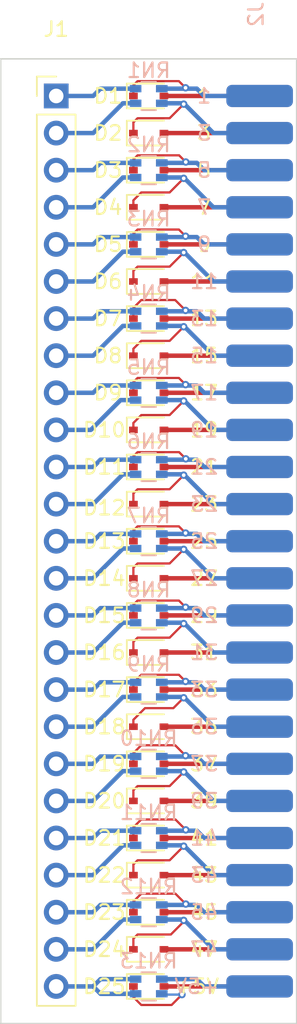
<source format=kicad_pcb>
(kicad_pcb (version 20171130) (host pcbnew "(5.1.5)-3")

  (general
    (thickness 1.6002)
    (drawings 54)
    (tracks 307)
    (zones 0)
    (modules 40)
    (nets 77)
  )

  (page A4)
  (layers
    (0 F.Cu signal)
    (31 B.Cu signal)
    (34 B.Paste user)
    (35 F.Paste user)
    (36 B.SilkS user)
    (37 F.SilkS user hide)
    (38 B.Mask user hide)
    (39 F.Mask user)
    (40 Dwgs.User user)
    (41 Cmts.User user)
    (44 Edge.Cuts user)
    (45 Margin user)
    (46 B.CrtYd user hide)
    (47 F.CrtYd user hide)
    (48 B.Fab user hide)
    (49 F.Fab user hide)
  )

  (setup
    (last_trace_width 0.1524)
    (user_trace_width 0.254)
    (user_trace_width 0.3048)
    (user_trace_width 0.4064)
    (user_trace_width 0.6096)
    (user_trace_width 0.8128)
    (user_trace_width 1.27)
    (user_trace_width 1.778)
    (trace_clearance 0.1524)
    (zone_clearance 0.508)
    (zone_45_only no)
    (trace_min 0.1524)
    (via_size 0.508)
    (via_drill 0.254)
    (via_min_size 0.508)
    (via_min_drill 0.254)
    (user_via 0.762 0.508)
    (user_via 0.889 0.635)
    (user_via 1.016 0.762)
    (user_via 1.143 0.889)
    (user_via 1.27 1.016)
    (user_via 1.524 1.143)
    (user_via 1.778 1.27)
    (user_via 2.032 1.397)
    (uvia_size 0.508)
    (uvia_drill 0.254)
    (uvias_allowed no)
    (uvia_min_size 0.2)
    (uvia_min_drill 0.1)
    (edge_width 0.15)
    (segment_width 0.2)
    (pcb_text_width 0.3)
    (pcb_text_size 1.5 1.5)
    (mod_edge_width 0.15)
    (mod_text_size 1 1)
    (mod_text_width 0.15)
    (pad_size 1.524 1.524)
    (pad_drill 0.762)
    (pad_to_mask_clearance 0.2)
    (aux_axis_origin 0 0)
    (visible_elements 7FFFFFFF)
    (pcbplotparams
      (layerselection 0x010fc_ffffffff)
      (usegerberextensions false)
      (usegerberattributes false)
      (usegerberadvancedattributes false)
      (creategerberjobfile false)
      (excludeedgelayer true)
      (linewidth 0.100000)
      (plotframeref false)
      (viasonmask false)
      (mode 1)
      (useauxorigin false)
      (hpglpennumber 1)
      (hpglpenspeed 20)
      (hpglpendiameter 15.000000)
      (psnegative false)
      (psa4output false)
      (plotreference true)
      (plotvalue true)
      (plotinvisibletext false)
      (padsonsilk false)
      (subtractmaskfromsilk false)
      (outputformat 1)
      (mirror false)
      (drillshape 1)
      (scaleselection 1)
      (outputdirectory ""))
  )

  (net 0 "")
  (net 1 "Net-(J2-Pad49)")
  (net 2 "Net-(D1-Pad2)")
  (net 3 /1)
  (net 4 /3)
  (net 5 "Net-(D2-Pad2)")
  (net 6 "Net-(D3-Pad2)")
  (net 7 /5)
  (net 8 /7)
  (net 9 "Net-(D4-Pad2)")
  (net 10 "Net-(D5-Pad2)")
  (net 11 /9)
  (net 12 /11)
  (net 13 "Net-(D6-Pad2)")
  (net 14 "Net-(D7-Pad2)")
  (net 15 /13)
  (net 16 /15)
  (net 17 "Net-(D8-Pad2)")
  (net 18 /17)
  (net 19 "Net-(D9-Pad2)")
  (net 20 /19)
  (net 21 "Net-(D10-Pad2)")
  (net 22 "Net-(D11-Pad2)")
  (net 23 /21)
  (net 24 /23)
  (net 25 "Net-(D12-Pad2)")
  (net 26 "Net-(D13-Pad2)")
  (net 27 /25)
  (net 28 /27)
  (net 29 "Net-(D14-Pad2)")
  (net 30 "Net-(D15-Pad2)")
  (net 31 /29)
  (net 32 /31)
  (net 33 "Net-(D16-Pad2)")
  (net 34 "Net-(D17-Pad2)")
  (net 35 /33)
  (net 36 "Net-(D18-Pad2)")
  (net 37 /35)
  (net 38 /37)
  (net 39 "Net-(D19-Pad2)")
  (net 40 "Net-(D20-Pad2)")
  (net 41 /39)
  (net 42 /41)
  (net 43 "Net-(D21-Pad2)")
  (net 44 "Net-(D22-Pad2)")
  (net 45 /43)
  (net 46 /45)
  (net 47 "Net-(D23-Pad2)")
  (net 48 "Net-(D24-Pad2)")
  (net 49 /48)
  (net 50 /49)
  (net 51 "Net-(D25-Pad2)")
  (net 52 "Net-(J1-Pad1)")
  (net 53 "Net-(J1-Pad2)")
  (net 54 "Net-(J1-Pad3)")
  (net 55 "Net-(J1-Pad4)")
  (net 56 "Net-(J1-Pad5)")
  (net 57 "Net-(J1-Pad6)")
  (net 58 "Net-(J1-Pad7)")
  (net 59 "Net-(J1-Pad8)")
  (net 60 "Net-(J1-Pad9)")
  (net 61 "Net-(J1-Pad10)")
  (net 62 "Net-(J1-Pad11)")
  (net 63 "Net-(J1-Pad12)")
  (net 64 "Net-(J1-Pad13)")
  (net 65 "Net-(J1-Pad14)")
  (net 66 "Net-(J1-Pad15)")
  (net 67 "Net-(J1-Pad16)")
  (net 68 "Net-(J1-Pad17)")
  (net 69 "Net-(J1-Pad18)")
  (net 70 "Net-(J1-Pad19)")
  (net 71 "Net-(J1-Pad20)")
  (net 72 "Net-(J1-Pad21)")
  (net 73 "Net-(J1-Pad22)")
  (net 74 "Net-(J1-Pad23)")
  (net 75 "Net-(J1-Pad24)")
  (net 76 "Net-(J1-Pad25)")

  (net_class Default "This is the default net class."
    (clearance 0.1524)
    (trace_width 0.1524)
    (via_dia 0.508)
    (via_drill 0.254)
    (uvia_dia 0.508)
    (uvia_drill 0.254)
    (diff_pair_width 0.1524)
    (diff_pair_gap 0.1524)
    (add_net /1)
    (add_net /11)
    (add_net /13)
    (add_net /15)
    (add_net /17)
    (add_net /19)
    (add_net /21)
    (add_net /23)
    (add_net /25)
    (add_net /27)
    (add_net /29)
    (add_net /3)
    (add_net /31)
    (add_net /33)
    (add_net /35)
    (add_net /37)
    (add_net /39)
    (add_net /41)
    (add_net /43)
    (add_net /45)
    (add_net /48)
    (add_net /49)
    (add_net /5)
    (add_net /7)
    (add_net /9)
    (add_net "Net-(D1-Pad2)")
    (add_net "Net-(D10-Pad2)")
    (add_net "Net-(D11-Pad2)")
    (add_net "Net-(D12-Pad2)")
    (add_net "Net-(D13-Pad2)")
    (add_net "Net-(D14-Pad2)")
    (add_net "Net-(D15-Pad2)")
    (add_net "Net-(D16-Pad2)")
    (add_net "Net-(D17-Pad2)")
    (add_net "Net-(D18-Pad2)")
    (add_net "Net-(D19-Pad2)")
    (add_net "Net-(D2-Pad2)")
    (add_net "Net-(D20-Pad2)")
    (add_net "Net-(D21-Pad2)")
    (add_net "Net-(D22-Pad2)")
    (add_net "Net-(D23-Pad2)")
    (add_net "Net-(D24-Pad2)")
    (add_net "Net-(D25-Pad2)")
    (add_net "Net-(D3-Pad2)")
    (add_net "Net-(D4-Pad2)")
    (add_net "Net-(D5-Pad2)")
    (add_net "Net-(D6-Pad2)")
    (add_net "Net-(D7-Pad2)")
    (add_net "Net-(D8-Pad2)")
    (add_net "Net-(D9-Pad2)")
    (add_net "Net-(J1-Pad1)")
    (add_net "Net-(J1-Pad10)")
    (add_net "Net-(J1-Pad11)")
    (add_net "Net-(J1-Pad12)")
    (add_net "Net-(J1-Pad13)")
    (add_net "Net-(J1-Pad14)")
    (add_net "Net-(J1-Pad15)")
    (add_net "Net-(J1-Pad16)")
    (add_net "Net-(J1-Pad17)")
    (add_net "Net-(J1-Pad18)")
    (add_net "Net-(J1-Pad19)")
    (add_net "Net-(J1-Pad2)")
    (add_net "Net-(J1-Pad20)")
    (add_net "Net-(J1-Pad21)")
    (add_net "Net-(J1-Pad22)")
    (add_net "Net-(J1-Pad23)")
    (add_net "Net-(J1-Pad24)")
    (add_net "Net-(J1-Pad25)")
    (add_net "Net-(J1-Pad3)")
    (add_net "Net-(J1-Pad4)")
    (add_net "Net-(J1-Pad5)")
    (add_net "Net-(J1-Pad6)")
    (add_net "Net-(J1-Pad7)")
    (add_net "Net-(J1-Pad8)")
    (add_net "Net-(J1-Pad9)")
    (add_net "Net-(J2-Pad49)")
  )

  (module Custom_footprints:50pin_edge_header (layer B.Cu) (tedit 5EA5C232) (tstamp 5EA7575E)
    (at 170.18 66.04 180)
    (path /5EA5BCB5)
    (fp_text reference J2 (at 0.254 5.588 90) (layer B.SilkS)
      (effects (font (size 1 1) (thickness 0.15)) (justify mirror))
    )
    (fp_text value Conn_02x25_Odd_Even (at 0 2.54) (layer B.Fab)
      (effects (font (size 1 1) (thickness 0.15)) (justify mirror))
    )
    (pad 1 smd roundrect (at 0 0 270) (size 1.524 4.572) (layers B.Cu B.Paste B.Mask) (roundrect_rratio 0.25)
      (net 3 /1))
    (pad 2 smd roundrect (at 0 0 270) (size 1.524 4.572) (layers F.Cu F.Paste F.Mask) (roundrect_rratio 0.25)
      (net 2 "Net-(D1-Pad2)"))
    (pad 3 smd roundrect (at 0 -2.54 270) (size 1.524 4.572) (layers B.Cu B.Paste B.Mask) (roundrect_rratio 0.25)
      (net 4 /3))
    (pad 4 smd roundrect (at 0 -2.54 270) (size 1.524 4.572) (layers F.Cu F.Paste F.Mask) (roundrect_rratio 0.25)
      (net 5 "Net-(D2-Pad2)"))
    (pad 5 smd roundrect (at 0 -5.08 270) (size 1.524 4.572) (layers B.Cu B.Paste B.Mask) (roundrect_rratio 0.25)
      (net 7 /5))
    (pad 6 smd roundrect (at 0 -5.08 270) (size 1.524 4.572) (layers F.Cu F.Paste F.Mask) (roundrect_rratio 0.25)
      (net 6 "Net-(D3-Pad2)"))
    (pad 7 smd roundrect (at 0 -7.62 270) (size 1.524 4.572) (layers B.Cu B.Paste B.Mask) (roundrect_rratio 0.25)
      (net 8 /7))
    (pad 8 smd roundrect (at 0 -7.62 270) (size 1.524 4.572) (layers F.Cu F.Paste F.Mask) (roundrect_rratio 0.25)
      (net 9 "Net-(D4-Pad2)"))
    (pad 9 smd roundrect (at 0 -10.16 270) (size 1.524 4.572) (layers B.Cu B.Paste B.Mask) (roundrect_rratio 0.25)
      (net 11 /9))
    (pad 10 smd roundrect (at 0 -10.16 270) (size 1.524 4.572) (layers F.Cu F.Paste F.Mask) (roundrect_rratio 0.25)
      (net 10 "Net-(D5-Pad2)"))
    (pad 11 smd roundrect (at 0 -12.7 270) (size 1.524 4.572) (layers B.Cu B.Paste B.Mask) (roundrect_rratio 0.25)
      (net 12 /11))
    (pad 12 smd roundrect (at 0 -12.7 270) (size 1.524 4.572) (layers F.Cu F.Paste F.Mask) (roundrect_rratio 0.25)
      (net 13 "Net-(D6-Pad2)"))
    (pad 13 smd roundrect (at 0 -15.24 270) (size 1.524 4.572) (layers B.Cu B.Paste B.Mask) (roundrect_rratio 0.25)
      (net 15 /13))
    (pad 14 smd roundrect (at 0 -15.24 270) (size 1.524 4.572) (layers F.Cu F.Paste F.Mask) (roundrect_rratio 0.25)
      (net 14 "Net-(D7-Pad2)"))
    (pad 15 smd roundrect (at 0 -17.78 270) (size 1.524 4.572) (layers B.Cu B.Paste B.Mask) (roundrect_rratio 0.25)
      (net 16 /15))
    (pad 16 smd roundrect (at 0 -17.78 270) (size 1.524 4.572) (layers F.Cu F.Paste F.Mask) (roundrect_rratio 0.25)
      (net 17 "Net-(D8-Pad2)"))
    (pad 17 smd roundrect (at 0 -20.32 270) (size 1.524 4.572) (layers B.Cu B.Paste B.Mask) (roundrect_rratio 0.25)
      (net 18 /17))
    (pad 18 smd roundrect (at 0 -20.32 270) (size 1.524 4.572) (layers F.Cu F.Paste F.Mask) (roundrect_rratio 0.25)
      (net 19 "Net-(D9-Pad2)"))
    (pad 19 smd roundrect (at 0 -22.86 270) (size 1.524 4.572) (layers B.Cu B.Paste B.Mask) (roundrect_rratio 0.25)
      (net 20 /19))
    (pad 20 smd roundrect (at 0 -22.86 270) (size 1.524 4.572) (layers F.Cu F.Paste F.Mask) (roundrect_rratio 0.25)
      (net 21 "Net-(D10-Pad2)"))
    (pad 21 smd roundrect (at 0 -25.4 270) (size 1.524 4.572) (layers B.Cu B.Paste B.Mask) (roundrect_rratio 0.25)
      (net 23 /21))
    (pad 22 smd roundrect (at 0 -25.4 270) (size 1.524 4.572) (layers F.Cu F.Paste F.Mask) (roundrect_rratio 0.25)
      (net 22 "Net-(D11-Pad2)"))
    (pad 23 smd roundrect (at 0 -27.94 270) (size 1.524 4.572) (layers B.Cu B.Paste B.Mask) (roundrect_rratio 0.25)
      (net 24 /23))
    (pad 24 smd roundrect (at 0 -27.94 270) (size 1.524 4.572) (layers F.Cu F.Paste F.Mask) (roundrect_rratio 0.25)
      (net 25 "Net-(D12-Pad2)"))
    (pad 25 smd roundrect (at 0 -30.48 270) (size 1.524 4.572) (layers B.Cu B.Paste B.Mask) (roundrect_rratio 0.25)
      (net 27 /25))
    (pad 26 smd roundrect (at 0 -30.48 270) (size 1.524 4.572) (layers F.Cu F.Paste F.Mask) (roundrect_rratio 0.25)
      (net 26 "Net-(D13-Pad2)"))
    (pad 27 smd roundrect (at 0 -33.02 270) (size 1.524 4.572) (layers B.Cu B.Paste B.Mask) (roundrect_rratio 0.25)
      (net 28 /27))
    (pad 28 smd roundrect (at 0 -33.02 270) (size 1.524 4.572) (layers F.Cu F.Paste F.Mask) (roundrect_rratio 0.25)
      (net 29 "Net-(D14-Pad2)"))
    (pad 29 smd roundrect (at 0 -35.56 270) (size 1.524 4.572) (layers B.Cu B.Paste B.Mask) (roundrect_rratio 0.25)
      (net 31 /29))
    (pad 30 smd roundrect (at 0 -35.56 270) (size 1.524 4.572) (layers F.Cu F.Paste F.Mask) (roundrect_rratio 0.25)
      (net 30 "Net-(D15-Pad2)"))
    (pad 31 smd roundrect (at 0 -38.1 270) (size 1.524 4.572) (layers B.Cu B.Paste B.Mask) (roundrect_rratio 0.25)
      (net 32 /31))
    (pad 32 smd roundrect (at 0 -38.1 270) (size 1.524 4.572) (layers F.Cu F.Paste F.Mask) (roundrect_rratio 0.25)
      (net 33 "Net-(D16-Pad2)"))
    (pad 33 smd roundrect (at 0 -40.64 270) (size 1.524 4.572) (layers B.Cu B.Paste B.Mask) (roundrect_rratio 0.25)
      (net 35 /33))
    (pad 34 smd roundrect (at 0 -40.64 270) (size 1.524 4.572) (layers F.Cu F.Paste F.Mask) (roundrect_rratio 0.25)
      (net 34 "Net-(D17-Pad2)"))
    (pad 35 smd roundrect (at 0 -43.18 270) (size 1.524 4.572) (layers B.Cu B.Paste B.Mask) (roundrect_rratio 0.25)
      (net 37 /35))
    (pad 36 smd roundrect (at 0 -43.18 270) (size 1.524 4.572) (layers F.Cu F.Paste F.Mask) (roundrect_rratio 0.25)
      (net 36 "Net-(D18-Pad2)"))
    (pad 37 smd roundrect (at 0 -45.72 270) (size 1.524 4.572) (layers B.Cu B.Paste B.Mask) (roundrect_rratio 0.25)
      (net 38 /37))
    (pad 38 smd roundrect (at 0 -45.72 270) (size 1.524 4.572) (layers F.Cu F.Paste F.Mask) (roundrect_rratio 0.25)
      (net 39 "Net-(D19-Pad2)"))
    (pad 39 smd roundrect (at 0 -48.26 270) (size 1.524 4.572) (layers B.Cu B.Paste B.Mask) (roundrect_rratio 0.25)
      (net 41 /39))
    (pad 40 smd roundrect (at 0 -48.26 270) (size 1.524 4.572) (layers F.Cu F.Paste F.Mask) (roundrect_rratio 0.25)
      (net 40 "Net-(D20-Pad2)"))
    (pad 41 smd roundrect (at 0 -50.8 270) (size 1.524 4.572) (layers B.Cu B.Paste B.Mask) (roundrect_rratio 0.25)
      (net 42 /41))
    (pad 42 smd roundrect (at 0 -50.8 270) (size 1.524 4.572) (layers F.Cu F.Paste F.Mask) (roundrect_rratio 0.25)
      (net 43 "Net-(D21-Pad2)"))
    (pad 43 smd roundrect (at 0 -53.34 270) (size 1.524 4.572) (layers B.Cu B.Paste B.Mask) (roundrect_rratio 0.25)
      (net 45 /43))
    (pad 44 smd roundrect (at 0 -53.34 270) (size 1.524 4.572) (layers F.Cu F.Paste F.Mask) (roundrect_rratio 0.25)
      (net 44 "Net-(D22-Pad2)"))
    (pad 45 smd roundrect (at 0 -55.88 270) (size 1.524 4.572) (layers B.Cu B.Paste B.Mask) (roundrect_rratio 0.25)
      (net 46 /45))
    (pad 46 smd roundrect (at 0 -55.88 270) (size 1.524 4.572) (layers F.Cu F.Paste F.Mask) (roundrect_rratio 0.25)
      (net 47 "Net-(D23-Pad2)"))
    (pad 47 smd roundrect (at 0 -58.42 270) (size 1.524 4.572) (layers B.Cu B.Paste B.Mask) (roundrect_rratio 0.25)
      (net 49 /48))
    (pad 48 smd roundrect (at 0 -58.42 270) (size 1.524 4.572) (layers F.Cu F.Paste F.Mask) (roundrect_rratio 0.25)
      (net 48 "Net-(D24-Pad2)"))
    (pad 49 smd roundrect (at 0 -60.96 270) (size 1.524 4.572) (layers B.Cu B.Paste B.Mask) (roundrect_rratio 0.25)
      (net 1 "Net-(J2-Pad49)"))
    (pad 50 smd roundrect (at 0 -60.96 270) (size 1.524 4.572) (layers F.Cu F.Paste F.Mask) (roundrect_rratio 0.25)
      (net 51 "Net-(D25-Pad2)"))
  )

  (module Resistor_SMD:R_Array_Convex_2x0603 (layer B.Cu) (tedit 58E0A873) (tstamp 5EA72F78)
    (at 162.56 66.04 180)
    (descr "Chip Resistor Network, ROHM MNR12 (see mnr_g.pdf)")
    (tags "resistor array")
    (path /5EA662F9)
    (attr smd)
    (fp_text reference RN1 (at 0 1.75) (layer B.SilkS)
      (effects (font (size 1 1) (thickness 0.15)) (justify mirror))
    )
    (fp_text value R_Pack04 (at 0 -2.1) (layer B.Fab)
      (effects (font (size 1 1) (thickness 0.15)) (justify mirror))
    )
    (fp_line (start 1.55 -1.05) (end -1.55 -1.05) (layer B.CrtYd) (width 0.05))
    (fp_line (start 1.55 -1.05) (end 1.55 1.05) (layer B.CrtYd) (width 0.05))
    (fp_line (start -1.55 1.05) (end -1.55 -1.05) (layer B.CrtYd) (width 0.05))
    (fp_line (start -1.55 1.05) (end 1.55 1.05) (layer B.CrtYd) (width 0.05))
    (fp_line (start 0.5 0.97) (end -0.5 0.97) (layer B.SilkS) (width 0.12))
    (fp_line (start 0.5 -0.97) (end -0.5 -0.97) (layer B.SilkS) (width 0.12))
    (fp_line (start -0.8 -0.8) (end -0.8 0.8) (layer B.Fab) (width 0.1))
    (fp_line (start 0.8 -0.8) (end -0.8 -0.8) (layer B.Fab) (width 0.1))
    (fp_line (start 0.8 0.8) (end 0.8 -0.8) (layer B.Fab) (width 0.1))
    (fp_line (start -0.8 0.8) (end 0.8 0.8) (layer B.Fab) (width 0.1))
    (fp_text user %R (at 0 1.75) (layer B.Fab)
      (effects (font (size 1 1) (thickness 0.15)) (justify mirror))
    )
    (pad 4 smd rect (at 0.9 0.5 180) (size 0.8 0.5) (layers B.Cu B.Paste B.Mask)
      (net 52 "Net-(J1-Pad1)"))
    (pad 3 smd rect (at 0.9 -0.5 180) (size 0.8 0.5) (layers B.Cu B.Paste B.Mask)
      (net 53 "Net-(J1-Pad2)"))
    (pad 2 smd rect (at -0.9 -0.5 180) (size 0.8 0.5) (layers B.Cu B.Paste B.Mask)
      (net 4 /3))
    (pad 1 smd rect (at -0.9 0.5 180) (size 0.8 0.5) (layers B.Cu B.Paste B.Mask)
      (net 3 /1))
    (model ${KISYS3DMOD}/Resistor_SMD.3dshapes/R_Array_Convex_2x0603.wrl
      (at (xyz 0 0 0))
      (scale (xyz 1 1 1))
      (rotate (xyz 0 0 0))
    )
  )

  (module Resistor_SMD:R_Array_Convex_2x0603 (layer B.Cu) (tedit 58E0A873) (tstamp 5EA72FE4)
    (at 162.56 71.12 180)
    (descr "Chip Resistor Network, ROHM MNR12 (see mnr_g.pdf)")
    (tags "resistor array")
    (path /5EBF54CD)
    (attr smd)
    (fp_text reference RN2 (at 0 1.75) (layer B.SilkS)
      (effects (font (size 1 1) (thickness 0.15)) (justify mirror))
    )
    (fp_text value R_Pack04 (at 0 -2.1) (layer B.Fab)
      (effects (font (size 1 1) (thickness 0.15)) (justify mirror))
    )
    (fp_text user %R (at 0 1.75) (layer B.Fab)
      (effects (font (size 1 1) (thickness 0.15)) (justify mirror))
    )
    (fp_line (start -0.8 0.8) (end 0.8 0.8) (layer B.Fab) (width 0.1))
    (fp_line (start 0.8 0.8) (end 0.8 -0.8) (layer B.Fab) (width 0.1))
    (fp_line (start 0.8 -0.8) (end -0.8 -0.8) (layer B.Fab) (width 0.1))
    (fp_line (start -0.8 -0.8) (end -0.8 0.8) (layer B.Fab) (width 0.1))
    (fp_line (start 0.5 -0.97) (end -0.5 -0.97) (layer B.SilkS) (width 0.12))
    (fp_line (start 0.5 0.97) (end -0.5 0.97) (layer B.SilkS) (width 0.12))
    (fp_line (start -1.55 1.05) (end 1.55 1.05) (layer B.CrtYd) (width 0.05))
    (fp_line (start -1.55 1.05) (end -1.55 -1.05) (layer B.CrtYd) (width 0.05))
    (fp_line (start 1.55 -1.05) (end 1.55 1.05) (layer B.CrtYd) (width 0.05))
    (fp_line (start 1.55 -1.05) (end -1.55 -1.05) (layer B.CrtYd) (width 0.05))
    (pad 1 smd rect (at -0.9 0.5 180) (size 0.8 0.5) (layers B.Cu B.Paste B.Mask)
      (net 7 /5))
    (pad 2 smd rect (at -0.9 -0.5 180) (size 0.8 0.5) (layers B.Cu B.Paste B.Mask)
      (net 8 /7))
    (pad 3 smd rect (at 0.9 -0.5 180) (size 0.8 0.5) (layers B.Cu B.Paste B.Mask)
      (net 55 "Net-(J1-Pad4)"))
    (pad 4 smd rect (at 0.9 0.5 180) (size 0.8 0.5) (layers B.Cu B.Paste B.Mask)
      (net 54 "Net-(J1-Pad3)"))
    (model ${KISYS3DMOD}/Resistor_SMD.3dshapes/R_Array_Convex_2x0603.wrl
      (at (xyz 0 0 0))
      (scale (xyz 1 1 1))
      (rotate (xyz 0 0 0))
    )
  )

  (module Resistor_SMD:R_Array_Convex_2x0603 (layer B.Cu) (tedit 58E0A873) (tstamp 5EA72ED6)
    (at 162.56 76.2 180)
    (descr "Chip Resistor Network, ROHM MNR12 (see mnr_g.pdf)")
    (tags "resistor array")
    (path /5EC06E1C)
    (attr smd)
    (fp_text reference RN3 (at 0 1.75) (layer B.SilkS)
      (effects (font (size 1 1) (thickness 0.15)) (justify mirror))
    )
    (fp_text value R_Pack04 (at 0 -2.1) (layer B.Fab)
      (effects (font (size 1 1) (thickness 0.15)) (justify mirror))
    )
    (fp_line (start 1.55 -1.05) (end -1.55 -1.05) (layer B.CrtYd) (width 0.05))
    (fp_line (start 1.55 -1.05) (end 1.55 1.05) (layer B.CrtYd) (width 0.05))
    (fp_line (start -1.55 1.05) (end -1.55 -1.05) (layer B.CrtYd) (width 0.05))
    (fp_line (start -1.55 1.05) (end 1.55 1.05) (layer B.CrtYd) (width 0.05))
    (fp_line (start 0.5 0.97) (end -0.5 0.97) (layer B.SilkS) (width 0.12))
    (fp_line (start 0.5 -0.97) (end -0.5 -0.97) (layer B.SilkS) (width 0.12))
    (fp_line (start -0.8 -0.8) (end -0.8 0.8) (layer B.Fab) (width 0.1))
    (fp_line (start 0.8 -0.8) (end -0.8 -0.8) (layer B.Fab) (width 0.1))
    (fp_line (start 0.8 0.8) (end 0.8 -0.8) (layer B.Fab) (width 0.1))
    (fp_line (start -0.8 0.8) (end 0.8 0.8) (layer B.Fab) (width 0.1))
    (fp_text user %R (at 0 1.75) (layer B.Fab)
      (effects (font (size 1 1) (thickness 0.15)) (justify mirror))
    )
    (pad 4 smd rect (at 0.9 0.5 180) (size 0.8 0.5) (layers B.Cu B.Paste B.Mask)
      (net 56 "Net-(J1-Pad5)"))
    (pad 3 smd rect (at 0.9 -0.5 180) (size 0.8 0.5) (layers B.Cu B.Paste B.Mask)
      (net 57 "Net-(J1-Pad6)"))
    (pad 2 smd rect (at -0.9 -0.5 180) (size 0.8 0.5) (layers B.Cu B.Paste B.Mask)
      (net 12 /11))
    (pad 1 smd rect (at -0.9 0.5 180) (size 0.8 0.5) (layers B.Cu B.Paste B.Mask)
      (net 11 /9))
    (model ${KISYS3DMOD}/Resistor_SMD.3dshapes/R_Array_Convex_2x0603.wrl
      (at (xyz 0 0 0))
      (scale (xyz 1 1 1))
      (rotate (xyz 0 0 0))
    )
  )

  (module Resistor_SMD:R_Array_Convex_2x0603 (layer B.Cu) (tedit 58E0A873) (tstamp 5EA73050)
    (at 162.56 81.28 180)
    (descr "Chip Resistor Network, ROHM MNR12 (see mnr_g.pdf)")
    (tags "resistor array")
    (path /5EC0716A)
    (attr smd)
    (fp_text reference RN4 (at 0 1.75) (layer B.SilkS)
      (effects (font (size 1 1) (thickness 0.15)) (justify mirror))
    )
    (fp_text value R_Pack04 (at 0 -2.1) (layer B.Fab)
      (effects (font (size 1 1) (thickness 0.15)) (justify mirror))
    )
    (fp_text user %R (at 0 1.75) (layer B.Fab)
      (effects (font (size 1 1) (thickness 0.15)) (justify mirror))
    )
    (fp_line (start -0.8 0.8) (end 0.8 0.8) (layer B.Fab) (width 0.1))
    (fp_line (start 0.8 0.8) (end 0.8 -0.8) (layer B.Fab) (width 0.1))
    (fp_line (start 0.8 -0.8) (end -0.8 -0.8) (layer B.Fab) (width 0.1))
    (fp_line (start -0.8 -0.8) (end -0.8 0.8) (layer B.Fab) (width 0.1))
    (fp_line (start 0.5 -0.97) (end -0.5 -0.97) (layer B.SilkS) (width 0.12))
    (fp_line (start 0.5 0.97) (end -0.5 0.97) (layer B.SilkS) (width 0.12))
    (fp_line (start -1.55 1.05) (end 1.55 1.05) (layer B.CrtYd) (width 0.05))
    (fp_line (start -1.55 1.05) (end -1.55 -1.05) (layer B.CrtYd) (width 0.05))
    (fp_line (start 1.55 -1.05) (end 1.55 1.05) (layer B.CrtYd) (width 0.05))
    (fp_line (start 1.55 -1.05) (end -1.55 -1.05) (layer B.CrtYd) (width 0.05))
    (pad 1 smd rect (at -0.9 0.5 180) (size 0.8 0.5) (layers B.Cu B.Paste B.Mask)
      (net 15 /13))
    (pad 2 smd rect (at -0.9 -0.5 180) (size 0.8 0.5) (layers B.Cu B.Paste B.Mask)
      (net 16 /15))
    (pad 3 smd rect (at 0.9 -0.5 180) (size 0.8 0.5) (layers B.Cu B.Paste B.Mask)
      (net 59 "Net-(J1-Pad8)"))
    (pad 4 smd rect (at 0.9 0.5 180) (size 0.8 0.5) (layers B.Cu B.Paste B.Mask)
      (net 58 "Net-(J1-Pad7)"))
    (model ${KISYS3DMOD}/Resistor_SMD.3dshapes/R_Array_Convex_2x0603.wrl
      (at (xyz 0 0 0))
      (scale (xyz 1 1 1))
      (rotate (xyz 0 0 0))
    )
  )

  (module Resistor_SMD:R_Array_Convex_2x0603 (layer B.Cu) (tedit 58E0A873) (tstamp 5EA72DFE)
    (at 162.56 86.36 180)
    (descr "Chip Resistor Network, ROHM MNR12 (see mnr_g.pdf)")
    (tags "resistor array")
    (path /5EC0751C)
    (attr smd)
    (fp_text reference RN5 (at 0 1.75) (layer B.SilkS)
      (effects (font (size 1 1) (thickness 0.15)) (justify mirror))
    )
    (fp_text value R_Pack04 (at 0 -2.1) (layer B.Fab)
      (effects (font (size 1 1) (thickness 0.15)) (justify mirror))
    )
    (fp_text user %R (at 0 1.75) (layer B.Fab)
      (effects (font (size 1 1) (thickness 0.15)) (justify mirror))
    )
    (fp_line (start -0.8 0.8) (end 0.8 0.8) (layer B.Fab) (width 0.1))
    (fp_line (start 0.8 0.8) (end 0.8 -0.8) (layer B.Fab) (width 0.1))
    (fp_line (start 0.8 -0.8) (end -0.8 -0.8) (layer B.Fab) (width 0.1))
    (fp_line (start -0.8 -0.8) (end -0.8 0.8) (layer B.Fab) (width 0.1))
    (fp_line (start 0.5 -0.97) (end -0.5 -0.97) (layer B.SilkS) (width 0.12))
    (fp_line (start 0.5 0.97) (end -0.5 0.97) (layer B.SilkS) (width 0.12))
    (fp_line (start -1.55 1.05) (end 1.55 1.05) (layer B.CrtYd) (width 0.05))
    (fp_line (start -1.55 1.05) (end -1.55 -1.05) (layer B.CrtYd) (width 0.05))
    (fp_line (start 1.55 -1.05) (end 1.55 1.05) (layer B.CrtYd) (width 0.05))
    (fp_line (start 1.55 -1.05) (end -1.55 -1.05) (layer B.CrtYd) (width 0.05))
    (pad 1 smd rect (at -0.9 0.5 180) (size 0.8 0.5) (layers B.Cu B.Paste B.Mask)
      (net 18 /17))
    (pad 2 smd rect (at -0.9 -0.5 180) (size 0.8 0.5) (layers B.Cu B.Paste B.Mask)
      (net 20 /19))
    (pad 3 smd rect (at 0.9 -0.5 180) (size 0.8 0.5) (layers B.Cu B.Paste B.Mask)
      (net 61 "Net-(J1-Pad10)"))
    (pad 4 smd rect (at 0.9 0.5 180) (size 0.8 0.5) (layers B.Cu B.Paste B.Mask)
      (net 60 "Net-(J1-Pad9)"))
    (model ${KISYS3DMOD}/Resistor_SMD.3dshapes/R_Array_Convex_2x0603.wrl
      (at (xyz 0 0 0))
      (scale (xyz 1 1 1))
      (rotate (xyz 0 0 0))
    )
  )

  (module Resistor_SMD:R_Array_Convex_2x0603 (layer B.Cu) (tedit 58E0A873) (tstamp 5EA7301A)
    (at 162.56 91.44 180)
    (descr "Chip Resistor Network, ROHM MNR12 (see mnr_g.pdf)")
    (tags "resistor array")
    (path /5EC07900)
    (attr smd)
    (fp_text reference RN6 (at 0 1.75) (layer B.SilkS)
      (effects (font (size 1 1) (thickness 0.15)) (justify mirror))
    )
    (fp_text value R_Pack04 (at 0 -2.1) (layer B.Fab)
      (effects (font (size 1 1) (thickness 0.15)) (justify mirror))
    )
    (fp_line (start 1.55 -1.05) (end -1.55 -1.05) (layer B.CrtYd) (width 0.05))
    (fp_line (start 1.55 -1.05) (end 1.55 1.05) (layer B.CrtYd) (width 0.05))
    (fp_line (start -1.55 1.05) (end -1.55 -1.05) (layer B.CrtYd) (width 0.05))
    (fp_line (start -1.55 1.05) (end 1.55 1.05) (layer B.CrtYd) (width 0.05))
    (fp_line (start 0.5 0.97) (end -0.5 0.97) (layer B.SilkS) (width 0.12))
    (fp_line (start 0.5 -0.97) (end -0.5 -0.97) (layer B.SilkS) (width 0.12))
    (fp_line (start -0.8 -0.8) (end -0.8 0.8) (layer B.Fab) (width 0.1))
    (fp_line (start 0.8 -0.8) (end -0.8 -0.8) (layer B.Fab) (width 0.1))
    (fp_line (start 0.8 0.8) (end 0.8 -0.8) (layer B.Fab) (width 0.1))
    (fp_line (start -0.8 0.8) (end 0.8 0.8) (layer B.Fab) (width 0.1))
    (fp_text user %R (at 0 1.75) (layer B.Fab)
      (effects (font (size 1 1) (thickness 0.15)) (justify mirror))
    )
    (pad 4 smd rect (at 0.9 0.5 180) (size 0.8 0.5) (layers B.Cu B.Paste B.Mask)
      (net 62 "Net-(J1-Pad11)"))
    (pad 3 smd rect (at 0.9 -0.5 180) (size 0.8 0.5) (layers B.Cu B.Paste B.Mask)
      (net 63 "Net-(J1-Pad12)"))
    (pad 2 smd rect (at -0.9 -0.5 180) (size 0.8 0.5) (layers B.Cu B.Paste B.Mask)
      (net 24 /23))
    (pad 1 smd rect (at -0.9 0.5 180) (size 0.8 0.5) (layers B.Cu B.Paste B.Mask)
      (net 23 /21))
    (model ${KISYS3DMOD}/Resistor_SMD.3dshapes/R_Array_Convex_2x0603.wrl
      (at (xyz 0 0 0))
      (scale (xyz 1 1 1))
      (rotate (xyz 0 0 0))
    )
  )

  (module Resistor_SMD:R_Array_Convex_2x0603 (layer B.Cu) (tedit 58E0A873) (tstamp 5EA72F42)
    (at 162.56 96.52 180)
    (descr "Chip Resistor Network, ROHM MNR12 (see mnr_g.pdf)")
    (tags "resistor array")
    (path /5EC07CCB)
    (attr smd)
    (fp_text reference RN7 (at 0 1.75) (layer B.SilkS)
      (effects (font (size 1 1) (thickness 0.15)) (justify mirror))
    )
    (fp_text value R_Pack04 (at 0 -2.1) (layer B.Fab)
      (effects (font (size 1 1) (thickness 0.15)) (justify mirror))
    )
    (fp_text user %R (at 0 1.75) (layer B.Fab)
      (effects (font (size 1 1) (thickness 0.15)) (justify mirror))
    )
    (fp_line (start -0.8 0.8) (end 0.8 0.8) (layer B.Fab) (width 0.1))
    (fp_line (start 0.8 0.8) (end 0.8 -0.8) (layer B.Fab) (width 0.1))
    (fp_line (start 0.8 -0.8) (end -0.8 -0.8) (layer B.Fab) (width 0.1))
    (fp_line (start -0.8 -0.8) (end -0.8 0.8) (layer B.Fab) (width 0.1))
    (fp_line (start 0.5 -0.97) (end -0.5 -0.97) (layer B.SilkS) (width 0.12))
    (fp_line (start 0.5 0.97) (end -0.5 0.97) (layer B.SilkS) (width 0.12))
    (fp_line (start -1.55 1.05) (end 1.55 1.05) (layer B.CrtYd) (width 0.05))
    (fp_line (start -1.55 1.05) (end -1.55 -1.05) (layer B.CrtYd) (width 0.05))
    (fp_line (start 1.55 -1.05) (end 1.55 1.05) (layer B.CrtYd) (width 0.05))
    (fp_line (start 1.55 -1.05) (end -1.55 -1.05) (layer B.CrtYd) (width 0.05))
    (pad 1 smd rect (at -0.9 0.5 180) (size 0.8 0.5) (layers B.Cu B.Paste B.Mask)
      (net 27 /25))
    (pad 2 smd rect (at -0.9 -0.5 180) (size 0.8 0.5) (layers B.Cu B.Paste B.Mask)
      (net 28 /27))
    (pad 3 smd rect (at 0.9 -0.5 180) (size 0.8 0.5) (layers B.Cu B.Paste B.Mask)
      (net 65 "Net-(J1-Pad14)"))
    (pad 4 smd rect (at 0.9 0.5 180) (size 0.8 0.5) (layers B.Cu B.Paste B.Mask)
      (net 64 "Net-(J1-Pad13)"))
    (model ${KISYS3DMOD}/Resistor_SMD.3dshapes/R_Array_Convex_2x0603.wrl
      (at (xyz 0 0 0))
      (scale (xyz 1 1 1))
      (rotate (xyz 0 0 0))
    )
  )

  (module Resistor_SMD:R_Array_Convex_2x0603 (layer B.Cu) (tedit 58E0A873) (tstamp 5EA72FAE)
    (at 162.56 101.6 180)
    (descr "Chip Resistor Network, ROHM MNR12 (see mnr_g.pdf)")
    (tags "resistor array")
    (path /5EC07FE7)
    (attr smd)
    (fp_text reference RN8 (at 0 1.75) (layer B.SilkS)
      (effects (font (size 1 1) (thickness 0.15)) (justify mirror))
    )
    (fp_text value R_Pack04 (at 0 -2.1) (layer B.Fab)
      (effects (font (size 1 1) (thickness 0.15)) (justify mirror))
    )
    (fp_line (start 1.55 -1.05) (end -1.55 -1.05) (layer B.CrtYd) (width 0.05))
    (fp_line (start 1.55 -1.05) (end 1.55 1.05) (layer B.CrtYd) (width 0.05))
    (fp_line (start -1.55 1.05) (end -1.55 -1.05) (layer B.CrtYd) (width 0.05))
    (fp_line (start -1.55 1.05) (end 1.55 1.05) (layer B.CrtYd) (width 0.05))
    (fp_line (start 0.5 0.97) (end -0.5 0.97) (layer B.SilkS) (width 0.12))
    (fp_line (start 0.5 -0.97) (end -0.5 -0.97) (layer B.SilkS) (width 0.12))
    (fp_line (start -0.8 -0.8) (end -0.8 0.8) (layer B.Fab) (width 0.1))
    (fp_line (start 0.8 -0.8) (end -0.8 -0.8) (layer B.Fab) (width 0.1))
    (fp_line (start 0.8 0.8) (end 0.8 -0.8) (layer B.Fab) (width 0.1))
    (fp_line (start -0.8 0.8) (end 0.8 0.8) (layer B.Fab) (width 0.1))
    (fp_text user %R (at 0 1.75) (layer B.Fab)
      (effects (font (size 1 1) (thickness 0.15)) (justify mirror))
    )
    (pad 4 smd rect (at 0.9 0.5 180) (size 0.8 0.5) (layers B.Cu B.Paste B.Mask)
      (net 66 "Net-(J1-Pad15)"))
    (pad 3 smd rect (at 0.9 -0.5 180) (size 0.8 0.5) (layers B.Cu B.Paste B.Mask)
      (net 67 "Net-(J1-Pad16)"))
    (pad 2 smd rect (at -0.9 -0.5 180) (size 0.8 0.5) (layers B.Cu B.Paste B.Mask)
      (net 32 /31))
    (pad 1 smd rect (at -0.9 0.5 180) (size 0.8 0.5) (layers B.Cu B.Paste B.Mask)
      (net 31 /29))
    (model ${KISYS3DMOD}/Resistor_SMD.3dshapes/R_Array_Convex_2x0603.wrl
      (at (xyz 0 0 0))
      (scale (xyz 1 1 1))
      (rotate (xyz 0 0 0))
    )
  )

  (module Resistor_SMD:R_Array_Convex_2x0603 (layer B.Cu) (tedit 58E0A873) (tstamp 5EA72EA0)
    (at 162.56 106.68 180)
    (descr "Chip Resistor Network, ROHM MNR12 (see mnr_g.pdf)")
    (tags "resistor array")
    (path /5EC0838A)
    (attr smd)
    (fp_text reference RN9 (at 0 1.75) (layer B.SilkS)
      (effects (font (size 1 1) (thickness 0.15)) (justify mirror))
    )
    (fp_text value R_Pack04 (at 0 -2.1) (layer B.Fab)
      (effects (font (size 1 1) (thickness 0.15)) (justify mirror))
    )
    (fp_text user %R (at 0 1.75) (layer B.Fab)
      (effects (font (size 1 1) (thickness 0.15)) (justify mirror))
    )
    (fp_line (start -0.8 0.8) (end 0.8 0.8) (layer B.Fab) (width 0.1))
    (fp_line (start 0.8 0.8) (end 0.8 -0.8) (layer B.Fab) (width 0.1))
    (fp_line (start 0.8 -0.8) (end -0.8 -0.8) (layer B.Fab) (width 0.1))
    (fp_line (start -0.8 -0.8) (end -0.8 0.8) (layer B.Fab) (width 0.1))
    (fp_line (start 0.5 -0.97) (end -0.5 -0.97) (layer B.SilkS) (width 0.12))
    (fp_line (start 0.5 0.97) (end -0.5 0.97) (layer B.SilkS) (width 0.12))
    (fp_line (start -1.55 1.05) (end 1.55 1.05) (layer B.CrtYd) (width 0.05))
    (fp_line (start -1.55 1.05) (end -1.55 -1.05) (layer B.CrtYd) (width 0.05))
    (fp_line (start 1.55 -1.05) (end 1.55 1.05) (layer B.CrtYd) (width 0.05))
    (fp_line (start 1.55 -1.05) (end -1.55 -1.05) (layer B.CrtYd) (width 0.05))
    (pad 1 smd rect (at -0.9 0.5 180) (size 0.8 0.5) (layers B.Cu B.Paste B.Mask)
      (net 35 /33))
    (pad 2 smd rect (at -0.9 -0.5 180) (size 0.8 0.5) (layers B.Cu B.Paste B.Mask)
      (net 37 /35))
    (pad 3 smd rect (at 0.9 -0.5 180) (size 0.8 0.5) (layers B.Cu B.Paste B.Mask)
      (net 69 "Net-(J1-Pad18)"))
    (pad 4 smd rect (at 0.9 0.5 180) (size 0.8 0.5) (layers B.Cu B.Paste B.Mask)
      (net 68 "Net-(J1-Pad17)"))
    (model ${KISYS3DMOD}/Resistor_SMD.3dshapes/R_Array_Convex_2x0603.wrl
      (at (xyz 0 0 0))
      (scale (xyz 1 1 1))
      (rotate (xyz 0 0 0))
    )
  )

  (module Resistor_SMD:R_Array_Convex_2x0603 (layer B.Cu) (tedit 58E0A873) (tstamp 5EA72F0C)
    (at 162.56 111.76 180)
    (descr "Chip Resistor Network, ROHM MNR12 (see mnr_g.pdf)")
    (tags "resistor array")
    (path /5EC0873C)
    (attr smd)
    (fp_text reference RN10 (at 0 1.75) (layer B.SilkS)
      (effects (font (size 1 1) (thickness 0.15)) (justify mirror))
    )
    (fp_text value R_Pack04 (at 0 -2.1) (layer B.Fab)
      (effects (font (size 1 1) (thickness 0.15)) (justify mirror))
    )
    (fp_line (start 1.55 -1.05) (end -1.55 -1.05) (layer B.CrtYd) (width 0.05))
    (fp_line (start 1.55 -1.05) (end 1.55 1.05) (layer B.CrtYd) (width 0.05))
    (fp_line (start -1.55 1.05) (end -1.55 -1.05) (layer B.CrtYd) (width 0.05))
    (fp_line (start -1.55 1.05) (end 1.55 1.05) (layer B.CrtYd) (width 0.05))
    (fp_line (start 0.5 0.97) (end -0.5 0.97) (layer B.SilkS) (width 0.12))
    (fp_line (start 0.5 -0.97) (end -0.5 -0.97) (layer B.SilkS) (width 0.12))
    (fp_line (start -0.8 -0.8) (end -0.8 0.8) (layer B.Fab) (width 0.1))
    (fp_line (start 0.8 -0.8) (end -0.8 -0.8) (layer B.Fab) (width 0.1))
    (fp_line (start 0.8 0.8) (end 0.8 -0.8) (layer B.Fab) (width 0.1))
    (fp_line (start -0.8 0.8) (end 0.8 0.8) (layer B.Fab) (width 0.1))
    (fp_text user %R (at 0 1.75) (layer B.Fab)
      (effects (font (size 1 1) (thickness 0.15)) (justify mirror))
    )
    (pad 4 smd rect (at 0.9 0.5 180) (size 0.8 0.5) (layers B.Cu B.Paste B.Mask)
      (net 70 "Net-(J1-Pad19)"))
    (pad 3 smd rect (at 0.9 -0.5 180) (size 0.8 0.5) (layers B.Cu B.Paste B.Mask)
      (net 71 "Net-(J1-Pad20)"))
    (pad 2 smd rect (at -0.9 -0.5 180) (size 0.8 0.5) (layers B.Cu B.Paste B.Mask)
      (net 41 /39))
    (pad 1 smd rect (at -0.9 0.5 180) (size 0.8 0.5) (layers B.Cu B.Paste B.Mask)
      (net 38 /37))
    (model ${KISYS3DMOD}/Resistor_SMD.3dshapes/R_Array_Convex_2x0603.wrl
      (at (xyz 0 0 0))
      (scale (xyz 1 1 1))
      (rotate (xyz 0 0 0))
    )
  )

  (module Resistor_SMD:R_Array_Convex_2x0603 (layer B.Cu) (tedit 58E0A873) (tstamp 5EA72E34)
    (at 162.56 116.84 180)
    (descr "Chip Resistor Network, ROHM MNR12 (see mnr_g.pdf)")
    (tags "resistor array")
    (path /5EC08A67)
    (attr smd)
    (fp_text reference RN11 (at 0 1.75) (layer B.SilkS)
      (effects (font (size 1 1) (thickness 0.15)) (justify mirror))
    )
    (fp_text value R_Pack04 (at 0 -2.1) (layer B.Fab)
      (effects (font (size 1 1) (thickness 0.15)) (justify mirror))
    )
    (fp_text user %R (at 0 1.75) (layer B.Fab)
      (effects (font (size 1 1) (thickness 0.15)) (justify mirror))
    )
    (fp_line (start -0.8 0.8) (end 0.8 0.8) (layer B.Fab) (width 0.1))
    (fp_line (start 0.8 0.8) (end 0.8 -0.8) (layer B.Fab) (width 0.1))
    (fp_line (start 0.8 -0.8) (end -0.8 -0.8) (layer B.Fab) (width 0.1))
    (fp_line (start -0.8 -0.8) (end -0.8 0.8) (layer B.Fab) (width 0.1))
    (fp_line (start 0.5 -0.97) (end -0.5 -0.97) (layer B.SilkS) (width 0.12))
    (fp_line (start 0.5 0.97) (end -0.5 0.97) (layer B.SilkS) (width 0.12))
    (fp_line (start -1.55 1.05) (end 1.55 1.05) (layer B.CrtYd) (width 0.05))
    (fp_line (start -1.55 1.05) (end -1.55 -1.05) (layer B.CrtYd) (width 0.05))
    (fp_line (start 1.55 -1.05) (end 1.55 1.05) (layer B.CrtYd) (width 0.05))
    (fp_line (start 1.55 -1.05) (end -1.55 -1.05) (layer B.CrtYd) (width 0.05))
    (pad 1 smd rect (at -0.9 0.5 180) (size 0.8 0.5) (layers B.Cu B.Paste B.Mask)
      (net 42 /41))
    (pad 2 smd rect (at -0.9 -0.5 180) (size 0.8 0.5) (layers B.Cu B.Paste B.Mask)
      (net 45 /43))
    (pad 3 smd rect (at 0.9 -0.5 180) (size 0.8 0.5) (layers B.Cu B.Paste B.Mask)
      (net 73 "Net-(J1-Pad22)"))
    (pad 4 smd rect (at 0.9 0.5 180) (size 0.8 0.5) (layers B.Cu B.Paste B.Mask)
      (net 72 "Net-(J1-Pad21)"))
    (model ${KISYS3DMOD}/Resistor_SMD.3dshapes/R_Array_Convex_2x0603.wrl
      (at (xyz 0 0 0))
      (scale (xyz 1 1 1))
      (rotate (xyz 0 0 0))
    )
  )

  (module Resistor_SMD:R_Array_Convex_2x0603 (layer B.Cu) (tedit 58E0A873) (tstamp 5EA72DC8)
    (at 162.56 121.92 180)
    (descr "Chip Resistor Network, ROHM MNR12 (see mnr_g.pdf)")
    (tags "resistor array")
    (path /5EC08D92)
    (attr smd)
    (fp_text reference RN12 (at 0 1.75) (layer B.SilkS)
      (effects (font (size 1 1) (thickness 0.15)) (justify mirror))
    )
    (fp_text value R_Pack04 (at 0 -2.1) (layer B.Fab)
      (effects (font (size 1 1) (thickness 0.15)) (justify mirror))
    )
    (fp_line (start 1.55 -1.05) (end -1.55 -1.05) (layer B.CrtYd) (width 0.05))
    (fp_line (start 1.55 -1.05) (end 1.55 1.05) (layer B.CrtYd) (width 0.05))
    (fp_line (start -1.55 1.05) (end -1.55 -1.05) (layer B.CrtYd) (width 0.05))
    (fp_line (start -1.55 1.05) (end 1.55 1.05) (layer B.CrtYd) (width 0.05))
    (fp_line (start 0.5 0.97) (end -0.5 0.97) (layer B.SilkS) (width 0.12))
    (fp_line (start 0.5 -0.97) (end -0.5 -0.97) (layer B.SilkS) (width 0.12))
    (fp_line (start -0.8 -0.8) (end -0.8 0.8) (layer B.Fab) (width 0.1))
    (fp_line (start 0.8 -0.8) (end -0.8 -0.8) (layer B.Fab) (width 0.1))
    (fp_line (start 0.8 0.8) (end 0.8 -0.8) (layer B.Fab) (width 0.1))
    (fp_line (start -0.8 0.8) (end 0.8 0.8) (layer B.Fab) (width 0.1))
    (fp_text user %R (at 0 1.75) (layer B.Fab)
      (effects (font (size 1 1) (thickness 0.15)) (justify mirror))
    )
    (pad 4 smd rect (at 0.9 0.5 180) (size 0.8 0.5) (layers B.Cu B.Paste B.Mask)
      (net 74 "Net-(J1-Pad23)"))
    (pad 3 smd rect (at 0.9 -0.5 180) (size 0.8 0.5) (layers B.Cu B.Paste B.Mask)
      (net 75 "Net-(J1-Pad24)"))
    (pad 2 smd rect (at -0.9 -0.5 180) (size 0.8 0.5) (layers B.Cu B.Paste B.Mask)
      (net 49 /48))
    (pad 1 smd rect (at -0.9 0.5 180) (size 0.8 0.5) (layers B.Cu B.Paste B.Mask)
      (net 46 /45))
    (model ${KISYS3DMOD}/Resistor_SMD.3dshapes/R_Array_Convex_2x0603.wrl
      (at (xyz 0 0 0))
      (scale (xyz 1 1 1))
      (rotate (xyz 0 0 0))
    )
  )

  (module Resistor_SMD:R_Array_Convex_2x0603 (layer B.Cu) (tedit 58E0A873) (tstamp 5EA72E6A)
    (at 162.56 127 180)
    (descr "Chip Resistor Network, ROHM MNR12 (see mnr_g.pdf)")
    (tags "resistor array")
    (path /5EC0920C)
    (attr smd)
    (fp_text reference RN13 (at 0 1.75) (layer B.SilkS)
      (effects (font (size 1 1) (thickness 0.15)) (justify mirror))
    )
    (fp_text value R_Pack04 (at 0 -2.1) (layer B.Fab)
      (effects (font (size 1 1) (thickness 0.15)) (justify mirror))
    )
    (fp_text user %R (at 0 1.75) (layer B.Fab)
      (effects (font (size 1 1) (thickness 0.15)) (justify mirror))
    )
    (fp_line (start -0.8 0.8) (end 0.8 0.8) (layer B.Fab) (width 0.1))
    (fp_line (start 0.8 0.8) (end 0.8 -0.8) (layer B.Fab) (width 0.1))
    (fp_line (start 0.8 -0.8) (end -0.8 -0.8) (layer B.Fab) (width 0.1))
    (fp_line (start -0.8 -0.8) (end -0.8 0.8) (layer B.Fab) (width 0.1))
    (fp_line (start 0.5 -0.97) (end -0.5 -0.97) (layer B.SilkS) (width 0.12))
    (fp_line (start 0.5 0.97) (end -0.5 0.97) (layer B.SilkS) (width 0.12))
    (fp_line (start -1.55 1.05) (end 1.55 1.05) (layer B.CrtYd) (width 0.05))
    (fp_line (start -1.55 1.05) (end -1.55 -1.05) (layer B.CrtYd) (width 0.05))
    (fp_line (start 1.55 -1.05) (end 1.55 1.05) (layer B.CrtYd) (width 0.05))
    (fp_line (start 1.55 -1.05) (end -1.55 -1.05) (layer B.CrtYd) (width 0.05))
    (pad 1 smd rect (at -0.9 0.5 180) (size 0.8 0.5) (layers B.Cu B.Paste B.Mask)
      (net 1 "Net-(J2-Pad49)"))
    (pad 2 smd rect (at -0.9 -0.5 180) (size 0.8 0.5) (layers B.Cu B.Paste B.Mask)
      (net 50 /49))
    (pad 3 smd rect (at 0.9 -0.5 180) (size 0.8 0.5) (layers B.Cu B.Paste B.Mask)
      (net 76 "Net-(J1-Pad25)"))
    (pad 4 smd rect (at 0.9 0.5 180) (size 0.8 0.5) (layers B.Cu B.Paste B.Mask)
      (net 76 "Net-(J1-Pad25)"))
    (model ${KISYS3DMOD}/Resistor_SMD.3dshapes/R_Array_Convex_2x0603.wrl
      (at (xyz 0 0 0))
      (scale (xyz 1 1 1))
      (rotate (xyz 0 0 0))
    )
  )

  (module Diode_SMD:D_SOD-323 (layer F.Cu) (tedit 58641739) (tstamp 5EA6CA71)
    (at 162.56 66.04)
    (descr SOD-323)
    (tags SOD-323)
    (path /5EA81424)
    (attr smd)
    (fp_text reference D1 (at -2.794 0) (layer F.SilkS)
      (effects (font (size 1 1) (thickness 0.15)))
    )
    (fp_text value D_Zener_Small (at 0.1 1.9) (layer F.Fab)
      (effects (font (size 1 1) (thickness 0.15)))
    )
    (fp_line (start -1.5 -0.85) (end 1.05 -0.85) (layer F.SilkS) (width 0.12))
    (fp_line (start -1.5 0.85) (end 1.05 0.85) (layer F.SilkS) (width 0.12))
    (fp_line (start -1.6 -0.95) (end -1.6 0.95) (layer F.CrtYd) (width 0.05))
    (fp_line (start -1.6 0.95) (end 1.6 0.95) (layer F.CrtYd) (width 0.05))
    (fp_line (start 1.6 -0.95) (end 1.6 0.95) (layer F.CrtYd) (width 0.05))
    (fp_line (start -1.6 -0.95) (end 1.6 -0.95) (layer F.CrtYd) (width 0.05))
    (fp_line (start -0.9 -0.7) (end 0.9 -0.7) (layer F.Fab) (width 0.1))
    (fp_line (start 0.9 -0.7) (end 0.9 0.7) (layer F.Fab) (width 0.1))
    (fp_line (start 0.9 0.7) (end -0.9 0.7) (layer F.Fab) (width 0.1))
    (fp_line (start -0.9 0.7) (end -0.9 -0.7) (layer F.Fab) (width 0.1))
    (fp_line (start -0.3 -0.35) (end -0.3 0.35) (layer F.Fab) (width 0.1))
    (fp_line (start -0.3 0) (end -0.5 0) (layer F.Fab) (width 0.1))
    (fp_line (start -0.3 0) (end 0.2 -0.35) (layer F.Fab) (width 0.1))
    (fp_line (start 0.2 -0.35) (end 0.2 0.35) (layer F.Fab) (width 0.1))
    (fp_line (start 0.2 0.35) (end -0.3 0) (layer F.Fab) (width 0.1))
    (fp_line (start 0.2 0) (end 0.45 0) (layer F.Fab) (width 0.1))
    (fp_line (start -1.5 -0.85) (end -1.5 0.85) (layer F.SilkS) (width 0.12))
    (fp_text user %R (at 0 -1.85) (layer F.Fab)
      (effects (font (size 1 1) (thickness 0.15)))
    )
    (pad 2 smd rect (at 1.05 0) (size 0.6 0.45) (layers F.Cu F.Paste F.Mask)
      (net 2 "Net-(D1-Pad2)"))
    (pad 1 smd rect (at -1.05 0) (size 0.6 0.45) (layers F.Cu F.Paste F.Mask)
      (net 3 /1))
    (model ${KISYS3DMOD}/Diode_SMD.3dshapes/D_SOD-323.wrl
      (at (xyz 0 0 0))
      (scale (xyz 1 1 1))
      (rotate (xyz 0 0 0))
    )
  )

  (module Diode_SMD:D_SOD-323 (layer F.Cu) (tedit 58641739) (tstamp 5EA6C175)
    (at 162.56 68.58)
    (descr SOD-323)
    (tags SOD-323)
    (path /5EAB9B0F)
    (attr smd)
    (fp_text reference D2 (at -2.794 0) (layer F.SilkS)
      (effects (font (size 1 1) (thickness 0.15)))
    )
    (fp_text value D_Zener_Small (at 0.1 1.9) (layer F.Fab)
      (effects (font (size 1 1) (thickness 0.15)))
    )
    (fp_text user %R (at 0 -1.85) (layer F.Fab)
      (effects (font (size 1 1) (thickness 0.15)))
    )
    (fp_line (start -1.5 -0.85) (end -1.5 0.85) (layer F.SilkS) (width 0.12))
    (fp_line (start 0.2 0) (end 0.45 0) (layer F.Fab) (width 0.1))
    (fp_line (start 0.2 0.35) (end -0.3 0) (layer F.Fab) (width 0.1))
    (fp_line (start 0.2 -0.35) (end 0.2 0.35) (layer F.Fab) (width 0.1))
    (fp_line (start -0.3 0) (end 0.2 -0.35) (layer F.Fab) (width 0.1))
    (fp_line (start -0.3 0) (end -0.5 0) (layer F.Fab) (width 0.1))
    (fp_line (start -0.3 -0.35) (end -0.3 0.35) (layer F.Fab) (width 0.1))
    (fp_line (start -0.9 0.7) (end -0.9 -0.7) (layer F.Fab) (width 0.1))
    (fp_line (start 0.9 0.7) (end -0.9 0.7) (layer F.Fab) (width 0.1))
    (fp_line (start 0.9 -0.7) (end 0.9 0.7) (layer F.Fab) (width 0.1))
    (fp_line (start -0.9 -0.7) (end 0.9 -0.7) (layer F.Fab) (width 0.1))
    (fp_line (start -1.6 -0.95) (end 1.6 -0.95) (layer F.CrtYd) (width 0.05))
    (fp_line (start 1.6 -0.95) (end 1.6 0.95) (layer F.CrtYd) (width 0.05))
    (fp_line (start -1.6 0.95) (end 1.6 0.95) (layer F.CrtYd) (width 0.05))
    (fp_line (start -1.6 -0.95) (end -1.6 0.95) (layer F.CrtYd) (width 0.05))
    (fp_line (start -1.5 0.85) (end 1.05 0.85) (layer F.SilkS) (width 0.12))
    (fp_line (start -1.5 -0.85) (end 1.05 -0.85) (layer F.SilkS) (width 0.12))
    (pad 1 smd rect (at -1.05 0) (size 0.6 0.45) (layers F.Cu F.Paste F.Mask)
      (net 4 /3))
    (pad 2 smd rect (at 1.05 0) (size 0.6 0.45) (layers F.Cu F.Paste F.Mask)
      (net 5 "Net-(D2-Pad2)"))
    (model ${KISYS3DMOD}/Diode_SMD.3dshapes/D_SOD-323.wrl
      (at (xyz 0 0 0))
      (scale (xyz 1 1 1))
      (rotate (xyz 0 0 0))
    )
  )

  (module Diode_SMD:D_SOD-323 (layer F.Cu) (tedit 58641739) (tstamp 5EA6C18C)
    (at 162.56 71.12)
    (descr SOD-323)
    (tags SOD-323)
    (path /5EABA449)
    (attr smd)
    (fp_text reference D3 (at -2.794 0) (layer F.SilkS)
      (effects (font (size 1 1) (thickness 0.15)))
    )
    (fp_text value D_Zener_Small (at 0.1 1.9) (layer F.Fab)
      (effects (font (size 1 1) (thickness 0.15)))
    )
    (fp_line (start -1.5 -0.85) (end 1.05 -0.85) (layer F.SilkS) (width 0.12))
    (fp_line (start -1.5 0.85) (end 1.05 0.85) (layer F.SilkS) (width 0.12))
    (fp_line (start -1.6 -0.95) (end -1.6 0.95) (layer F.CrtYd) (width 0.05))
    (fp_line (start -1.6 0.95) (end 1.6 0.95) (layer F.CrtYd) (width 0.05))
    (fp_line (start 1.6 -0.95) (end 1.6 0.95) (layer F.CrtYd) (width 0.05))
    (fp_line (start -1.6 -0.95) (end 1.6 -0.95) (layer F.CrtYd) (width 0.05))
    (fp_line (start -0.9 -0.7) (end 0.9 -0.7) (layer F.Fab) (width 0.1))
    (fp_line (start 0.9 -0.7) (end 0.9 0.7) (layer F.Fab) (width 0.1))
    (fp_line (start 0.9 0.7) (end -0.9 0.7) (layer F.Fab) (width 0.1))
    (fp_line (start -0.9 0.7) (end -0.9 -0.7) (layer F.Fab) (width 0.1))
    (fp_line (start -0.3 -0.35) (end -0.3 0.35) (layer F.Fab) (width 0.1))
    (fp_line (start -0.3 0) (end -0.5 0) (layer F.Fab) (width 0.1))
    (fp_line (start -0.3 0) (end 0.2 -0.35) (layer F.Fab) (width 0.1))
    (fp_line (start 0.2 -0.35) (end 0.2 0.35) (layer F.Fab) (width 0.1))
    (fp_line (start 0.2 0.35) (end -0.3 0) (layer F.Fab) (width 0.1))
    (fp_line (start 0.2 0) (end 0.45 0) (layer F.Fab) (width 0.1))
    (fp_line (start -1.5 -0.85) (end -1.5 0.85) (layer F.SilkS) (width 0.12))
    (fp_text user %R (at 0 -1.85) (layer F.Fab)
      (effects (font (size 1 1) (thickness 0.15)))
    )
    (pad 2 smd rect (at 1.05 0) (size 0.6 0.45) (layers F.Cu F.Paste F.Mask)
      (net 6 "Net-(D3-Pad2)"))
    (pad 1 smd rect (at -1.05 0) (size 0.6 0.45) (layers F.Cu F.Paste F.Mask)
      (net 7 /5))
    (model ${KISYS3DMOD}/Diode_SMD.3dshapes/D_SOD-323.wrl
      (at (xyz 0 0 0))
      (scale (xyz 1 1 1))
      (rotate (xyz 0 0 0))
    )
  )

  (module Diode_SMD:D_SOD-323 (layer F.Cu) (tedit 58641739) (tstamp 5EA6C1A3)
    (at 162.56 73.66)
    (descr SOD-323)
    (tags SOD-323)
    (path /5EABA73C)
    (attr smd)
    (fp_text reference D4 (at -2.794 0) (layer F.SilkS)
      (effects (font (size 1 1) (thickness 0.15)))
    )
    (fp_text value D_Zener_Small (at 0.1 1.9) (layer F.Fab)
      (effects (font (size 1 1) (thickness 0.15)))
    )
    (fp_text user %R (at 0 -1.85) (layer F.Fab)
      (effects (font (size 1 1) (thickness 0.15)))
    )
    (fp_line (start -1.5 -0.85) (end -1.5 0.85) (layer F.SilkS) (width 0.12))
    (fp_line (start 0.2 0) (end 0.45 0) (layer F.Fab) (width 0.1))
    (fp_line (start 0.2 0.35) (end -0.3 0) (layer F.Fab) (width 0.1))
    (fp_line (start 0.2 -0.35) (end 0.2 0.35) (layer F.Fab) (width 0.1))
    (fp_line (start -0.3 0) (end 0.2 -0.35) (layer F.Fab) (width 0.1))
    (fp_line (start -0.3 0) (end -0.5 0) (layer F.Fab) (width 0.1))
    (fp_line (start -0.3 -0.35) (end -0.3 0.35) (layer F.Fab) (width 0.1))
    (fp_line (start -0.9 0.7) (end -0.9 -0.7) (layer F.Fab) (width 0.1))
    (fp_line (start 0.9 0.7) (end -0.9 0.7) (layer F.Fab) (width 0.1))
    (fp_line (start 0.9 -0.7) (end 0.9 0.7) (layer F.Fab) (width 0.1))
    (fp_line (start -0.9 -0.7) (end 0.9 -0.7) (layer F.Fab) (width 0.1))
    (fp_line (start -1.6 -0.95) (end 1.6 -0.95) (layer F.CrtYd) (width 0.05))
    (fp_line (start 1.6 -0.95) (end 1.6 0.95) (layer F.CrtYd) (width 0.05))
    (fp_line (start -1.6 0.95) (end 1.6 0.95) (layer F.CrtYd) (width 0.05))
    (fp_line (start -1.6 -0.95) (end -1.6 0.95) (layer F.CrtYd) (width 0.05))
    (fp_line (start -1.5 0.85) (end 1.05 0.85) (layer F.SilkS) (width 0.12))
    (fp_line (start -1.5 -0.85) (end 1.05 -0.85) (layer F.SilkS) (width 0.12))
    (pad 1 smd rect (at -1.05 0) (size 0.6 0.45) (layers F.Cu F.Paste F.Mask)
      (net 8 /7))
    (pad 2 smd rect (at 1.05 0) (size 0.6 0.45) (layers F.Cu F.Paste F.Mask)
      (net 9 "Net-(D4-Pad2)"))
    (model ${KISYS3DMOD}/Diode_SMD.3dshapes/D_SOD-323.wrl
      (at (xyz 0 0 0))
      (scale (xyz 1 1 1))
      (rotate (xyz 0 0 0))
    )
  )

  (module Diode_SMD:D_SOD-323 (layer F.Cu) (tedit 58641739) (tstamp 5EA6C1BA)
    (at 162.56 76.2)
    (descr SOD-323)
    (tags SOD-323)
    (path /5EABAA2C)
    (attr smd)
    (fp_text reference D5 (at -2.794 0) (layer F.SilkS)
      (effects (font (size 1 1) (thickness 0.15)))
    )
    (fp_text value D_Zener_Small (at 0.1 1.9) (layer F.Fab)
      (effects (font (size 1 1) (thickness 0.15)))
    )
    (fp_line (start -1.5 -0.85) (end 1.05 -0.85) (layer F.SilkS) (width 0.12))
    (fp_line (start -1.5 0.85) (end 1.05 0.85) (layer F.SilkS) (width 0.12))
    (fp_line (start -1.6 -0.95) (end -1.6 0.95) (layer F.CrtYd) (width 0.05))
    (fp_line (start -1.6 0.95) (end 1.6 0.95) (layer F.CrtYd) (width 0.05))
    (fp_line (start 1.6 -0.95) (end 1.6 0.95) (layer F.CrtYd) (width 0.05))
    (fp_line (start -1.6 -0.95) (end 1.6 -0.95) (layer F.CrtYd) (width 0.05))
    (fp_line (start -0.9 -0.7) (end 0.9 -0.7) (layer F.Fab) (width 0.1))
    (fp_line (start 0.9 -0.7) (end 0.9 0.7) (layer F.Fab) (width 0.1))
    (fp_line (start 0.9 0.7) (end -0.9 0.7) (layer F.Fab) (width 0.1))
    (fp_line (start -0.9 0.7) (end -0.9 -0.7) (layer F.Fab) (width 0.1))
    (fp_line (start -0.3 -0.35) (end -0.3 0.35) (layer F.Fab) (width 0.1))
    (fp_line (start -0.3 0) (end -0.5 0) (layer F.Fab) (width 0.1))
    (fp_line (start -0.3 0) (end 0.2 -0.35) (layer F.Fab) (width 0.1))
    (fp_line (start 0.2 -0.35) (end 0.2 0.35) (layer F.Fab) (width 0.1))
    (fp_line (start 0.2 0.35) (end -0.3 0) (layer F.Fab) (width 0.1))
    (fp_line (start 0.2 0) (end 0.45 0) (layer F.Fab) (width 0.1))
    (fp_line (start -1.5 -0.85) (end -1.5 0.85) (layer F.SilkS) (width 0.12))
    (fp_text user %R (at 0 -1.85) (layer F.Fab)
      (effects (font (size 1 1) (thickness 0.15)))
    )
    (pad 2 smd rect (at 1.05 0) (size 0.6 0.45) (layers F.Cu F.Paste F.Mask)
      (net 10 "Net-(D5-Pad2)"))
    (pad 1 smd rect (at -1.05 0) (size 0.6 0.45) (layers F.Cu F.Paste F.Mask)
      (net 11 /9))
    (model ${KISYS3DMOD}/Diode_SMD.3dshapes/D_SOD-323.wrl
      (at (xyz 0 0 0))
      (scale (xyz 1 1 1))
      (rotate (xyz 0 0 0))
    )
  )

  (module Diode_SMD:D_SOD-323 (layer F.Cu) (tedit 58641739) (tstamp 5EA6C1D1)
    (at 162.56 78.74)
    (descr SOD-323)
    (tags SOD-323)
    (path /5EABAE6E)
    (attr smd)
    (fp_text reference D6 (at -2.794 0) (layer F.SilkS)
      (effects (font (size 1 1) (thickness 0.15)))
    )
    (fp_text value D_Zener_Small (at 0.1 1.9) (layer F.Fab)
      (effects (font (size 1 1) (thickness 0.15)))
    )
    (fp_text user %R (at 0 -1.85) (layer F.Fab)
      (effects (font (size 1 1) (thickness 0.15)))
    )
    (fp_line (start -1.5 -0.85) (end -1.5 0.85) (layer F.SilkS) (width 0.12))
    (fp_line (start 0.2 0) (end 0.45 0) (layer F.Fab) (width 0.1))
    (fp_line (start 0.2 0.35) (end -0.3 0) (layer F.Fab) (width 0.1))
    (fp_line (start 0.2 -0.35) (end 0.2 0.35) (layer F.Fab) (width 0.1))
    (fp_line (start -0.3 0) (end 0.2 -0.35) (layer F.Fab) (width 0.1))
    (fp_line (start -0.3 0) (end -0.5 0) (layer F.Fab) (width 0.1))
    (fp_line (start -0.3 -0.35) (end -0.3 0.35) (layer F.Fab) (width 0.1))
    (fp_line (start -0.9 0.7) (end -0.9 -0.7) (layer F.Fab) (width 0.1))
    (fp_line (start 0.9 0.7) (end -0.9 0.7) (layer F.Fab) (width 0.1))
    (fp_line (start 0.9 -0.7) (end 0.9 0.7) (layer F.Fab) (width 0.1))
    (fp_line (start -0.9 -0.7) (end 0.9 -0.7) (layer F.Fab) (width 0.1))
    (fp_line (start -1.6 -0.95) (end 1.6 -0.95) (layer F.CrtYd) (width 0.05))
    (fp_line (start 1.6 -0.95) (end 1.6 0.95) (layer F.CrtYd) (width 0.05))
    (fp_line (start -1.6 0.95) (end 1.6 0.95) (layer F.CrtYd) (width 0.05))
    (fp_line (start -1.6 -0.95) (end -1.6 0.95) (layer F.CrtYd) (width 0.05))
    (fp_line (start -1.5 0.85) (end 1.05 0.85) (layer F.SilkS) (width 0.12))
    (fp_line (start -1.5 -0.85) (end 1.05 -0.85) (layer F.SilkS) (width 0.12))
    (pad 1 smd rect (at -1.05 0) (size 0.6 0.45) (layers F.Cu F.Paste F.Mask)
      (net 12 /11))
    (pad 2 smd rect (at 1.05 0) (size 0.6 0.45) (layers F.Cu F.Paste F.Mask)
      (net 13 "Net-(D6-Pad2)"))
    (model ${KISYS3DMOD}/Diode_SMD.3dshapes/D_SOD-323.wrl
      (at (xyz 0 0 0))
      (scale (xyz 1 1 1))
      (rotate (xyz 0 0 0))
    )
  )

  (module Diode_SMD:D_SOD-323 (layer F.Cu) (tedit 58641739) (tstamp 5EA6C1E8)
    (at 162.56 81.28)
    (descr SOD-323)
    (tags SOD-323)
    (path /5EABAE78)
    (attr smd)
    (fp_text reference D7 (at -2.794 0) (layer F.SilkS)
      (effects (font (size 1 1) (thickness 0.15)))
    )
    (fp_text value D_Zener_Small (at 0.1 1.9) (layer F.Fab)
      (effects (font (size 1 1) (thickness 0.15)))
    )
    (fp_line (start -1.5 -0.85) (end 1.05 -0.85) (layer F.SilkS) (width 0.12))
    (fp_line (start -1.5 0.85) (end 1.05 0.85) (layer F.SilkS) (width 0.12))
    (fp_line (start -1.6 -0.95) (end -1.6 0.95) (layer F.CrtYd) (width 0.05))
    (fp_line (start -1.6 0.95) (end 1.6 0.95) (layer F.CrtYd) (width 0.05))
    (fp_line (start 1.6 -0.95) (end 1.6 0.95) (layer F.CrtYd) (width 0.05))
    (fp_line (start -1.6 -0.95) (end 1.6 -0.95) (layer F.CrtYd) (width 0.05))
    (fp_line (start -0.9 -0.7) (end 0.9 -0.7) (layer F.Fab) (width 0.1))
    (fp_line (start 0.9 -0.7) (end 0.9 0.7) (layer F.Fab) (width 0.1))
    (fp_line (start 0.9 0.7) (end -0.9 0.7) (layer F.Fab) (width 0.1))
    (fp_line (start -0.9 0.7) (end -0.9 -0.7) (layer F.Fab) (width 0.1))
    (fp_line (start -0.3 -0.35) (end -0.3 0.35) (layer F.Fab) (width 0.1))
    (fp_line (start -0.3 0) (end -0.5 0) (layer F.Fab) (width 0.1))
    (fp_line (start -0.3 0) (end 0.2 -0.35) (layer F.Fab) (width 0.1))
    (fp_line (start 0.2 -0.35) (end 0.2 0.35) (layer F.Fab) (width 0.1))
    (fp_line (start 0.2 0.35) (end -0.3 0) (layer F.Fab) (width 0.1))
    (fp_line (start 0.2 0) (end 0.45 0) (layer F.Fab) (width 0.1))
    (fp_line (start -1.5 -0.85) (end -1.5 0.85) (layer F.SilkS) (width 0.12))
    (fp_text user %R (at 0 -1.85) (layer F.Fab)
      (effects (font (size 1 1) (thickness 0.15)))
    )
    (pad 2 smd rect (at 1.05 0) (size 0.6 0.45) (layers F.Cu F.Paste F.Mask)
      (net 14 "Net-(D7-Pad2)"))
    (pad 1 smd rect (at -1.05 0) (size 0.6 0.45) (layers F.Cu F.Paste F.Mask)
      (net 15 /13))
    (model ${KISYS3DMOD}/Diode_SMD.3dshapes/D_SOD-323.wrl
      (at (xyz 0 0 0))
      (scale (xyz 1 1 1))
      (rotate (xyz 0 0 0))
    )
  )

  (module Diode_SMD:D_SOD-323 (layer F.Cu) (tedit 58641739) (tstamp 5EA6C1FF)
    (at 162.56 83.82)
    (descr SOD-323)
    (tags SOD-323)
    (path /5EABAE82)
    (attr smd)
    (fp_text reference D8 (at -2.794 0) (layer F.SilkS)
      (effects (font (size 1 1) (thickness 0.15)))
    )
    (fp_text value D_Zener_Small (at 0.1 1.9) (layer F.Fab)
      (effects (font (size 1 1) (thickness 0.15)))
    )
    (fp_text user %R (at 0 -1.85) (layer F.Fab)
      (effects (font (size 1 1) (thickness 0.15)))
    )
    (fp_line (start -1.5 -0.85) (end -1.5 0.85) (layer F.SilkS) (width 0.12))
    (fp_line (start 0.2 0) (end 0.45 0) (layer F.Fab) (width 0.1))
    (fp_line (start 0.2 0.35) (end -0.3 0) (layer F.Fab) (width 0.1))
    (fp_line (start 0.2 -0.35) (end 0.2 0.35) (layer F.Fab) (width 0.1))
    (fp_line (start -0.3 0) (end 0.2 -0.35) (layer F.Fab) (width 0.1))
    (fp_line (start -0.3 0) (end -0.5 0) (layer F.Fab) (width 0.1))
    (fp_line (start -0.3 -0.35) (end -0.3 0.35) (layer F.Fab) (width 0.1))
    (fp_line (start -0.9 0.7) (end -0.9 -0.7) (layer F.Fab) (width 0.1))
    (fp_line (start 0.9 0.7) (end -0.9 0.7) (layer F.Fab) (width 0.1))
    (fp_line (start 0.9 -0.7) (end 0.9 0.7) (layer F.Fab) (width 0.1))
    (fp_line (start -0.9 -0.7) (end 0.9 -0.7) (layer F.Fab) (width 0.1))
    (fp_line (start -1.6 -0.95) (end 1.6 -0.95) (layer F.CrtYd) (width 0.05))
    (fp_line (start 1.6 -0.95) (end 1.6 0.95) (layer F.CrtYd) (width 0.05))
    (fp_line (start -1.6 0.95) (end 1.6 0.95) (layer F.CrtYd) (width 0.05))
    (fp_line (start -1.6 -0.95) (end -1.6 0.95) (layer F.CrtYd) (width 0.05))
    (fp_line (start -1.5 0.85) (end 1.05 0.85) (layer F.SilkS) (width 0.12))
    (fp_line (start -1.5 -0.85) (end 1.05 -0.85) (layer F.SilkS) (width 0.12))
    (pad 1 smd rect (at -1.05 0) (size 0.6 0.45) (layers F.Cu F.Paste F.Mask)
      (net 16 /15))
    (pad 2 smd rect (at 1.05 0) (size 0.6 0.45) (layers F.Cu F.Paste F.Mask)
      (net 17 "Net-(D8-Pad2)"))
    (model ${KISYS3DMOD}/Diode_SMD.3dshapes/D_SOD-323.wrl
      (at (xyz 0 0 0))
      (scale (xyz 1 1 1))
      (rotate (xyz 0 0 0))
    )
  )

  (module Diode_SMD:D_SOD-323 (layer F.Cu) (tedit 58641739) (tstamp 5EA6C216)
    (at 162.56 86.36)
    (descr SOD-323)
    (tags SOD-323)
    (path /5EABAE8C)
    (attr smd)
    (fp_text reference D9 (at -2.794 0) (layer F.SilkS)
      (effects (font (size 1 1) (thickness 0.15)))
    )
    (fp_text value D_Zener_Small (at 0.1 1.9) (layer F.Fab)
      (effects (font (size 1 1) (thickness 0.15)))
    )
    (fp_text user %R (at 0 -1.85) (layer F.Fab)
      (effects (font (size 1 1) (thickness 0.15)))
    )
    (fp_line (start -1.5 -0.85) (end -1.5 0.85) (layer F.SilkS) (width 0.12))
    (fp_line (start 0.2 0) (end 0.45 0) (layer F.Fab) (width 0.1))
    (fp_line (start 0.2 0.35) (end -0.3 0) (layer F.Fab) (width 0.1))
    (fp_line (start 0.2 -0.35) (end 0.2 0.35) (layer F.Fab) (width 0.1))
    (fp_line (start -0.3 0) (end 0.2 -0.35) (layer F.Fab) (width 0.1))
    (fp_line (start -0.3 0) (end -0.5 0) (layer F.Fab) (width 0.1))
    (fp_line (start -0.3 -0.35) (end -0.3 0.35) (layer F.Fab) (width 0.1))
    (fp_line (start -0.9 0.7) (end -0.9 -0.7) (layer F.Fab) (width 0.1))
    (fp_line (start 0.9 0.7) (end -0.9 0.7) (layer F.Fab) (width 0.1))
    (fp_line (start 0.9 -0.7) (end 0.9 0.7) (layer F.Fab) (width 0.1))
    (fp_line (start -0.9 -0.7) (end 0.9 -0.7) (layer F.Fab) (width 0.1))
    (fp_line (start -1.6 -0.95) (end 1.6 -0.95) (layer F.CrtYd) (width 0.05))
    (fp_line (start 1.6 -0.95) (end 1.6 0.95) (layer F.CrtYd) (width 0.05))
    (fp_line (start -1.6 0.95) (end 1.6 0.95) (layer F.CrtYd) (width 0.05))
    (fp_line (start -1.6 -0.95) (end -1.6 0.95) (layer F.CrtYd) (width 0.05))
    (fp_line (start -1.5 0.85) (end 1.05 0.85) (layer F.SilkS) (width 0.12))
    (fp_line (start -1.5 -0.85) (end 1.05 -0.85) (layer F.SilkS) (width 0.12))
    (pad 1 smd rect (at -1.05 0) (size 0.6 0.45) (layers F.Cu F.Paste F.Mask)
      (net 18 /17))
    (pad 2 smd rect (at 1.05 0) (size 0.6 0.45) (layers F.Cu F.Paste F.Mask)
      (net 19 "Net-(D9-Pad2)"))
    (model ${KISYS3DMOD}/Diode_SMD.3dshapes/D_SOD-323.wrl
      (at (xyz 0 0 0))
      (scale (xyz 1 1 1))
      (rotate (xyz 0 0 0))
    )
  )

  (module Diode_SMD:D_SOD-323 (layer F.Cu) (tedit 58641739) (tstamp 5EA6C22D)
    (at 162.56 88.9)
    (descr SOD-323)
    (tags SOD-323)
    (path /5EABFC91)
    (attr smd)
    (fp_text reference D10 (at -3.048 0) (layer F.SilkS)
      (effects (font (size 1 1) (thickness 0.15)))
    )
    (fp_text value D_Zener_Small (at 0.1 1.9) (layer F.Fab)
      (effects (font (size 1 1) (thickness 0.15)))
    )
    (fp_text user %R (at 0 -1.85) (layer F.Fab)
      (effects (font (size 1 1) (thickness 0.15)))
    )
    (fp_line (start -1.5 -0.85) (end -1.5 0.85) (layer F.SilkS) (width 0.12))
    (fp_line (start 0.2 0) (end 0.45 0) (layer F.Fab) (width 0.1))
    (fp_line (start 0.2 0.35) (end -0.3 0) (layer F.Fab) (width 0.1))
    (fp_line (start 0.2 -0.35) (end 0.2 0.35) (layer F.Fab) (width 0.1))
    (fp_line (start -0.3 0) (end 0.2 -0.35) (layer F.Fab) (width 0.1))
    (fp_line (start -0.3 0) (end -0.5 0) (layer F.Fab) (width 0.1))
    (fp_line (start -0.3 -0.35) (end -0.3 0.35) (layer F.Fab) (width 0.1))
    (fp_line (start -0.9 0.7) (end -0.9 -0.7) (layer F.Fab) (width 0.1))
    (fp_line (start 0.9 0.7) (end -0.9 0.7) (layer F.Fab) (width 0.1))
    (fp_line (start 0.9 -0.7) (end 0.9 0.7) (layer F.Fab) (width 0.1))
    (fp_line (start -0.9 -0.7) (end 0.9 -0.7) (layer F.Fab) (width 0.1))
    (fp_line (start -1.6 -0.95) (end 1.6 -0.95) (layer F.CrtYd) (width 0.05))
    (fp_line (start 1.6 -0.95) (end 1.6 0.95) (layer F.CrtYd) (width 0.05))
    (fp_line (start -1.6 0.95) (end 1.6 0.95) (layer F.CrtYd) (width 0.05))
    (fp_line (start -1.6 -0.95) (end -1.6 0.95) (layer F.CrtYd) (width 0.05))
    (fp_line (start -1.5 0.85) (end 1.05 0.85) (layer F.SilkS) (width 0.12))
    (fp_line (start -1.5 -0.85) (end 1.05 -0.85) (layer F.SilkS) (width 0.12))
    (pad 1 smd rect (at -1.05 0) (size 0.6 0.45) (layers F.Cu F.Paste F.Mask)
      (net 20 /19))
    (pad 2 smd rect (at 1.05 0) (size 0.6 0.45) (layers F.Cu F.Paste F.Mask)
      (net 21 "Net-(D10-Pad2)"))
    (model ${KISYS3DMOD}/Diode_SMD.3dshapes/D_SOD-323.wrl
      (at (xyz 0 0 0))
      (scale (xyz 1 1 1))
      (rotate (xyz 0 0 0))
    )
  )

  (module Diode_SMD:D_SOD-323 (layer F.Cu) (tedit 58641739) (tstamp 5EA6C244)
    (at 162.56 91.44)
    (descr SOD-323)
    (tags SOD-323)
    (path /5EABFC9B)
    (attr smd)
    (fp_text reference D11 (at -3.048 0) (layer F.SilkS)
      (effects (font (size 1 1) (thickness 0.15)))
    )
    (fp_text value D_Zener_Small (at 0.1 1.9) (layer F.Fab)
      (effects (font (size 1 1) (thickness 0.15)))
    )
    (fp_line (start -1.5 -0.85) (end 1.05 -0.85) (layer F.SilkS) (width 0.12))
    (fp_line (start -1.5 0.85) (end 1.05 0.85) (layer F.SilkS) (width 0.12))
    (fp_line (start -1.6 -0.95) (end -1.6 0.95) (layer F.CrtYd) (width 0.05))
    (fp_line (start -1.6 0.95) (end 1.6 0.95) (layer F.CrtYd) (width 0.05))
    (fp_line (start 1.6 -0.95) (end 1.6 0.95) (layer F.CrtYd) (width 0.05))
    (fp_line (start -1.6 -0.95) (end 1.6 -0.95) (layer F.CrtYd) (width 0.05))
    (fp_line (start -0.9 -0.7) (end 0.9 -0.7) (layer F.Fab) (width 0.1))
    (fp_line (start 0.9 -0.7) (end 0.9 0.7) (layer F.Fab) (width 0.1))
    (fp_line (start 0.9 0.7) (end -0.9 0.7) (layer F.Fab) (width 0.1))
    (fp_line (start -0.9 0.7) (end -0.9 -0.7) (layer F.Fab) (width 0.1))
    (fp_line (start -0.3 -0.35) (end -0.3 0.35) (layer F.Fab) (width 0.1))
    (fp_line (start -0.3 0) (end -0.5 0) (layer F.Fab) (width 0.1))
    (fp_line (start -0.3 0) (end 0.2 -0.35) (layer F.Fab) (width 0.1))
    (fp_line (start 0.2 -0.35) (end 0.2 0.35) (layer F.Fab) (width 0.1))
    (fp_line (start 0.2 0.35) (end -0.3 0) (layer F.Fab) (width 0.1))
    (fp_line (start 0.2 0) (end 0.45 0) (layer F.Fab) (width 0.1))
    (fp_line (start -1.5 -0.85) (end -1.5 0.85) (layer F.SilkS) (width 0.12))
    (fp_text user %R (at 0 -1.85) (layer F.Fab)
      (effects (font (size 1 1) (thickness 0.15)))
    )
    (pad 2 smd rect (at 1.05 0) (size 0.6 0.45) (layers F.Cu F.Paste F.Mask)
      (net 22 "Net-(D11-Pad2)"))
    (pad 1 smd rect (at -1.05 0) (size 0.6 0.45) (layers F.Cu F.Paste F.Mask)
      (net 23 /21))
    (model ${KISYS3DMOD}/Diode_SMD.3dshapes/D_SOD-323.wrl
      (at (xyz 0 0 0))
      (scale (xyz 1 1 1))
      (rotate (xyz 0 0 0))
    )
  )

  (module Diode_SMD:D_SOD-323 (layer F.Cu) (tedit 58641739) (tstamp 5EA6C25B)
    (at 162.56 93.98)
    (descr SOD-323)
    (tags SOD-323)
    (path /5EABFCA5)
    (attr smd)
    (fp_text reference D12 (at -3.048 0.254) (layer F.SilkS)
      (effects (font (size 1 1) (thickness 0.15)))
    )
    (fp_text value D_Zener_Small (at 0.1 1.9) (layer F.Fab)
      (effects (font (size 1 1) (thickness 0.15)))
    )
    (fp_text user %R (at 0 -1.85) (layer F.Fab)
      (effects (font (size 1 1) (thickness 0.15)))
    )
    (fp_line (start -1.5 -0.85) (end -1.5 0.85) (layer F.SilkS) (width 0.12))
    (fp_line (start 0.2 0) (end 0.45 0) (layer F.Fab) (width 0.1))
    (fp_line (start 0.2 0.35) (end -0.3 0) (layer F.Fab) (width 0.1))
    (fp_line (start 0.2 -0.35) (end 0.2 0.35) (layer F.Fab) (width 0.1))
    (fp_line (start -0.3 0) (end 0.2 -0.35) (layer F.Fab) (width 0.1))
    (fp_line (start -0.3 0) (end -0.5 0) (layer F.Fab) (width 0.1))
    (fp_line (start -0.3 -0.35) (end -0.3 0.35) (layer F.Fab) (width 0.1))
    (fp_line (start -0.9 0.7) (end -0.9 -0.7) (layer F.Fab) (width 0.1))
    (fp_line (start 0.9 0.7) (end -0.9 0.7) (layer F.Fab) (width 0.1))
    (fp_line (start 0.9 -0.7) (end 0.9 0.7) (layer F.Fab) (width 0.1))
    (fp_line (start -0.9 -0.7) (end 0.9 -0.7) (layer F.Fab) (width 0.1))
    (fp_line (start -1.6 -0.95) (end 1.6 -0.95) (layer F.CrtYd) (width 0.05))
    (fp_line (start 1.6 -0.95) (end 1.6 0.95) (layer F.CrtYd) (width 0.05))
    (fp_line (start -1.6 0.95) (end 1.6 0.95) (layer F.CrtYd) (width 0.05))
    (fp_line (start -1.6 -0.95) (end -1.6 0.95) (layer F.CrtYd) (width 0.05))
    (fp_line (start -1.5 0.85) (end 1.05 0.85) (layer F.SilkS) (width 0.12))
    (fp_line (start -1.5 -0.85) (end 1.05 -0.85) (layer F.SilkS) (width 0.12))
    (pad 1 smd rect (at -1.05 0) (size 0.6 0.45) (layers F.Cu F.Paste F.Mask)
      (net 24 /23))
    (pad 2 smd rect (at 1.05 0) (size 0.6 0.45) (layers F.Cu F.Paste F.Mask)
      (net 25 "Net-(D12-Pad2)"))
    (model ${KISYS3DMOD}/Diode_SMD.3dshapes/D_SOD-323.wrl
      (at (xyz 0 0 0))
      (scale (xyz 1 1 1))
      (rotate (xyz 0 0 0))
    )
  )

  (module Diode_SMD:D_SOD-323 (layer F.Cu) (tedit 58641739) (tstamp 5EA6C272)
    (at 162.56 96.52)
    (descr SOD-323)
    (tags SOD-323)
    (path /5EABFCAF)
    (attr smd)
    (fp_text reference D13 (at -3.048 0) (layer F.SilkS)
      (effects (font (size 1 1) (thickness 0.15)))
    )
    (fp_text value D_Zener_Small (at 0.1 1.9) (layer F.Fab)
      (effects (font (size 1 1) (thickness 0.15)))
    )
    (fp_line (start -1.5 -0.85) (end 1.05 -0.85) (layer F.SilkS) (width 0.12))
    (fp_line (start -1.5 0.85) (end 1.05 0.85) (layer F.SilkS) (width 0.12))
    (fp_line (start -1.6 -0.95) (end -1.6 0.95) (layer F.CrtYd) (width 0.05))
    (fp_line (start -1.6 0.95) (end 1.6 0.95) (layer F.CrtYd) (width 0.05))
    (fp_line (start 1.6 -0.95) (end 1.6 0.95) (layer F.CrtYd) (width 0.05))
    (fp_line (start -1.6 -0.95) (end 1.6 -0.95) (layer F.CrtYd) (width 0.05))
    (fp_line (start -0.9 -0.7) (end 0.9 -0.7) (layer F.Fab) (width 0.1))
    (fp_line (start 0.9 -0.7) (end 0.9 0.7) (layer F.Fab) (width 0.1))
    (fp_line (start 0.9 0.7) (end -0.9 0.7) (layer F.Fab) (width 0.1))
    (fp_line (start -0.9 0.7) (end -0.9 -0.7) (layer F.Fab) (width 0.1))
    (fp_line (start -0.3 -0.35) (end -0.3 0.35) (layer F.Fab) (width 0.1))
    (fp_line (start -0.3 0) (end -0.5 0) (layer F.Fab) (width 0.1))
    (fp_line (start -0.3 0) (end 0.2 -0.35) (layer F.Fab) (width 0.1))
    (fp_line (start 0.2 -0.35) (end 0.2 0.35) (layer F.Fab) (width 0.1))
    (fp_line (start 0.2 0.35) (end -0.3 0) (layer F.Fab) (width 0.1))
    (fp_line (start 0.2 0) (end 0.45 0) (layer F.Fab) (width 0.1))
    (fp_line (start -1.5 -0.85) (end -1.5 0.85) (layer F.SilkS) (width 0.12))
    (fp_text user %R (at 0 -1.85) (layer F.Fab)
      (effects (font (size 1 1) (thickness 0.15)))
    )
    (pad 2 smd rect (at 1.05 0) (size 0.6 0.45) (layers F.Cu F.Paste F.Mask)
      (net 26 "Net-(D13-Pad2)"))
    (pad 1 smd rect (at -1.05 0) (size 0.6 0.45) (layers F.Cu F.Paste F.Mask)
      (net 27 /25))
    (model ${KISYS3DMOD}/Diode_SMD.3dshapes/D_SOD-323.wrl
      (at (xyz 0 0 0))
      (scale (xyz 1 1 1))
      (rotate (xyz 0 0 0))
    )
  )

  (module Diode_SMD:D_SOD-323 (layer F.Cu) (tedit 58641739) (tstamp 5EA6C289)
    (at 162.56 99.06)
    (descr SOD-323)
    (tags SOD-323)
    (path /5EABFCB9)
    (attr smd)
    (fp_text reference D14 (at -3.048 0) (layer F.SilkS)
      (effects (font (size 1 1) (thickness 0.15)))
    )
    (fp_text value D_Zener_Small (at 0.1 1.9) (layer F.Fab)
      (effects (font (size 1 1) (thickness 0.15)))
    )
    (fp_text user %R (at 0 -1.85) (layer F.Fab)
      (effects (font (size 1 1) (thickness 0.15)))
    )
    (fp_line (start -1.5 -0.85) (end -1.5 0.85) (layer F.SilkS) (width 0.12))
    (fp_line (start 0.2 0) (end 0.45 0) (layer F.Fab) (width 0.1))
    (fp_line (start 0.2 0.35) (end -0.3 0) (layer F.Fab) (width 0.1))
    (fp_line (start 0.2 -0.35) (end 0.2 0.35) (layer F.Fab) (width 0.1))
    (fp_line (start -0.3 0) (end 0.2 -0.35) (layer F.Fab) (width 0.1))
    (fp_line (start -0.3 0) (end -0.5 0) (layer F.Fab) (width 0.1))
    (fp_line (start -0.3 -0.35) (end -0.3 0.35) (layer F.Fab) (width 0.1))
    (fp_line (start -0.9 0.7) (end -0.9 -0.7) (layer F.Fab) (width 0.1))
    (fp_line (start 0.9 0.7) (end -0.9 0.7) (layer F.Fab) (width 0.1))
    (fp_line (start 0.9 -0.7) (end 0.9 0.7) (layer F.Fab) (width 0.1))
    (fp_line (start -0.9 -0.7) (end 0.9 -0.7) (layer F.Fab) (width 0.1))
    (fp_line (start -1.6 -0.95) (end 1.6 -0.95) (layer F.CrtYd) (width 0.05))
    (fp_line (start 1.6 -0.95) (end 1.6 0.95) (layer F.CrtYd) (width 0.05))
    (fp_line (start -1.6 0.95) (end 1.6 0.95) (layer F.CrtYd) (width 0.05))
    (fp_line (start -1.6 -0.95) (end -1.6 0.95) (layer F.CrtYd) (width 0.05))
    (fp_line (start -1.5 0.85) (end 1.05 0.85) (layer F.SilkS) (width 0.12))
    (fp_line (start -1.5 -0.85) (end 1.05 -0.85) (layer F.SilkS) (width 0.12))
    (pad 1 smd rect (at -1.05 0) (size 0.6 0.45) (layers F.Cu F.Paste F.Mask)
      (net 28 /27))
    (pad 2 smd rect (at 1.05 0) (size 0.6 0.45) (layers F.Cu F.Paste F.Mask)
      (net 29 "Net-(D14-Pad2)"))
    (model ${KISYS3DMOD}/Diode_SMD.3dshapes/D_SOD-323.wrl
      (at (xyz 0 0 0))
      (scale (xyz 1 1 1))
      (rotate (xyz 0 0 0))
    )
  )

  (module Diode_SMD:D_SOD-323 (layer F.Cu) (tedit 58641739) (tstamp 5EA6C2A0)
    (at 162.56 101.6)
    (descr SOD-323)
    (tags SOD-323)
    (path /5EABFCC3)
    (attr smd)
    (fp_text reference D15 (at -3.048 0) (layer F.SilkS)
      (effects (font (size 1 1) (thickness 0.15)))
    )
    (fp_text value D_Zener_Small (at 0.1 1.9) (layer F.Fab)
      (effects (font (size 1 1) (thickness 0.15)))
    )
    (fp_line (start -1.5 -0.85) (end 1.05 -0.85) (layer F.SilkS) (width 0.12))
    (fp_line (start -1.5 0.85) (end 1.05 0.85) (layer F.SilkS) (width 0.12))
    (fp_line (start -1.6 -0.95) (end -1.6 0.95) (layer F.CrtYd) (width 0.05))
    (fp_line (start -1.6 0.95) (end 1.6 0.95) (layer F.CrtYd) (width 0.05))
    (fp_line (start 1.6 -0.95) (end 1.6 0.95) (layer F.CrtYd) (width 0.05))
    (fp_line (start -1.6 -0.95) (end 1.6 -0.95) (layer F.CrtYd) (width 0.05))
    (fp_line (start -0.9 -0.7) (end 0.9 -0.7) (layer F.Fab) (width 0.1))
    (fp_line (start 0.9 -0.7) (end 0.9 0.7) (layer F.Fab) (width 0.1))
    (fp_line (start 0.9 0.7) (end -0.9 0.7) (layer F.Fab) (width 0.1))
    (fp_line (start -0.9 0.7) (end -0.9 -0.7) (layer F.Fab) (width 0.1))
    (fp_line (start -0.3 -0.35) (end -0.3 0.35) (layer F.Fab) (width 0.1))
    (fp_line (start -0.3 0) (end -0.5 0) (layer F.Fab) (width 0.1))
    (fp_line (start -0.3 0) (end 0.2 -0.35) (layer F.Fab) (width 0.1))
    (fp_line (start 0.2 -0.35) (end 0.2 0.35) (layer F.Fab) (width 0.1))
    (fp_line (start 0.2 0.35) (end -0.3 0) (layer F.Fab) (width 0.1))
    (fp_line (start 0.2 0) (end 0.45 0) (layer F.Fab) (width 0.1))
    (fp_line (start -1.5 -0.85) (end -1.5 0.85) (layer F.SilkS) (width 0.12))
    (fp_text user %R (at 0 -1.85) (layer F.Fab)
      (effects (font (size 1 1) (thickness 0.15)))
    )
    (pad 2 smd rect (at 1.05 0) (size 0.6 0.45) (layers F.Cu F.Paste F.Mask)
      (net 30 "Net-(D15-Pad2)"))
    (pad 1 smd rect (at -1.05 0) (size 0.6 0.45) (layers F.Cu F.Paste F.Mask)
      (net 31 /29))
    (model ${KISYS3DMOD}/Diode_SMD.3dshapes/D_SOD-323.wrl
      (at (xyz 0 0 0))
      (scale (xyz 1 1 1))
      (rotate (xyz 0 0 0))
    )
  )

  (module Diode_SMD:D_SOD-323 (layer F.Cu) (tedit 58641739) (tstamp 5EA6C2B7)
    (at 162.56 104.14)
    (descr SOD-323)
    (tags SOD-323)
    (path /5EABFCCD)
    (attr smd)
    (fp_text reference D16 (at -3.048 0) (layer F.SilkS)
      (effects (font (size 1 1) (thickness 0.15)))
    )
    (fp_text value D_Zener_Small (at 0.1 1.9) (layer F.Fab)
      (effects (font (size 1 1) (thickness 0.15)))
    )
    (fp_text user %R (at 0 -1.85) (layer F.Fab)
      (effects (font (size 1 1) (thickness 0.15)))
    )
    (fp_line (start -1.5 -0.85) (end -1.5 0.85) (layer F.SilkS) (width 0.12))
    (fp_line (start 0.2 0) (end 0.45 0) (layer F.Fab) (width 0.1))
    (fp_line (start 0.2 0.35) (end -0.3 0) (layer F.Fab) (width 0.1))
    (fp_line (start 0.2 -0.35) (end 0.2 0.35) (layer F.Fab) (width 0.1))
    (fp_line (start -0.3 0) (end 0.2 -0.35) (layer F.Fab) (width 0.1))
    (fp_line (start -0.3 0) (end -0.5 0) (layer F.Fab) (width 0.1))
    (fp_line (start -0.3 -0.35) (end -0.3 0.35) (layer F.Fab) (width 0.1))
    (fp_line (start -0.9 0.7) (end -0.9 -0.7) (layer F.Fab) (width 0.1))
    (fp_line (start 0.9 0.7) (end -0.9 0.7) (layer F.Fab) (width 0.1))
    (fp_line (start 0.9 -0.7) (end 0.9 0.7) (layer F.Fab) (width 0.1))
    (fp_line (start -0.9 -0.7) (end 0.9 -0.7) (layer F.Fab) (width 0.1))
    (fp_line (start -1.6 -0.95) (end 1.6 -0.95) (layer F.CrtYd) (width 0.05))
    (fp_line (start 1.6 -0.95) (end 1.6 0.95) (layer F.CrtYd) (width 0.05))
    (fp_line (start -1.6 0.95) (end 1.6 0.95) (layer F.CrtYd) (width 0.05))
    (fp_line (start -1.6 -0.95) (end -1.6 0.95) (layer F.CrtYd) (width 0.05))
    (fp_line (start -1.5 0.85) (end 1.05 0.85) (layer F.SilkS) (width 0.12))
    (fp_line (start -1.5 -0.85) (end 1.05 -0.85) (layer F.SilkS) (width 0.12))
    (pad 1 smd rect (at -1.05 0) (size 0.6 0.45) (layers F.Cu F.Paste F.Mask)
      (net 32 /31))
    (pad 2 smd rect (at 1.05 0) (size 0.6 0.45) (layers F.Cu F.Paste F.Mask)
      (net 33 "Net-(D16-Pad2)"))
    (model ${KISYS3DMOD}/Diode_SMD.3dshapes/D_SOD-323.wrl
      (at (xyz 0 0 0))
      (scale (xyz 1 1 1))
      (rotate (xyz 0 0 0))
    )
  )

  (module Diode_SMD:D_SOD-323 (layer F.Cu) (tedit 58641739) (tstamp 5EA6C2CE)
    (at 162.56 106.68)
    (descr SOD-323)
    (tags SOD-323)
    (path /5EABFCD7)
    (attr smd)
    (fp_text reference D17 (at -3.048 0) (layer F.SilkS)
      (effects (font (size 1 1) (thickness 0.15)))
    )
    (fp_text value D_Zener_Small (at 0.1 1.9) (layer F.Fab)
      (effects (font (size 1 1) (thickness 0.15)))
    )
    (fp_line (start -1.5 -0.85) (end 1.05 -0.85) (layer F.SilkS) (width 0.12))
    (fp_line (start -1.5 0.85) (end 1.05 0.85) (layer F.SilkS) (width 0.12))
    (fp_line (start -1.6 -0.95) (end -1.6 0.95) (layer F.CrtYd) (width 0.05))
    (fp_line (start -1.6 0.95) (end 1.6 0.95) (layer F.CrtYd) (width 0.05))
    (fp_line (start 1.6 -0.95) (end 1.6 0.95) (layer F.CrtYd) (width 0.05))
    (fp_line (start -1.6 -0.95) (end 1.6 -0.95) (layer F.CrtYd) (width 0.05))
    (fp_line (start -0.9 -0.7) (end 0.9 -0.7) (layer F.Fab) (width 0.1))
    (fp_line (start 0.9 -0.7) (end 0.9 0.7) (layer F.Fab) (width 0.1))
    (fp_line (start 0.9 0.7) (end -0.9 0.7) (layer F.Fab) (width 0.1))
    (fp_line (start -0.9 0.7) (end -0.9 -0.7) (layer F.Fab) (width 0.1))
    (fp_line (start -0.3 -0.35) (end -0.3 0.35) (layer F.Fab) (width 0.1))
    (fp_line (start -0.3 0) (end -0.5 0) (layer F.Fab) (width 0.1))
    (fp_line (start -0.3 0) (end 0.2 -0.35) (layer F.Fab) (width 0.1))
    (fp_line (start 0.2 -0.35) (end 0.2 0.35) (layer F.Fab) (width 0.1))
    (fp_line (start 0.2 0.35) (end -0.3 0) (layer F.Fab) (width 0.1))
    (fp_line (start 0.2 0) (end 0.45 0) (layer F.Fab) (width 0.1))
    (fp_line (start -1.5 -0.85) (end -1.5 0.85) (layer F.SilkS) (width 0.12))
    (fp_text user %R (at 0 -1.85) (layer F.Fab)
      (effects (font (size 1 1) (thickness 0.15)))
    )
    (pad 2 smd rect (at 1.05 0) (size 0.6 0.45) (layers F.Cu F.Paste F.Mask)
      (net 34 "Net-(D17-Pad2)"))
    (pad 1 smd rect (at -1.05 0) (size 0.6 0.45) (layers F.Cu F.Paste F.Mask)
      (net 35 /33))
    (model ${KISYS3DMOD}/Diode_SMD.3dshapes/D_SOD-323.wrl
      (at (xyz 0 0 0))
      (scale (xyz 1 1 1))
      (rotate (xyz 0 0 0))
    )
  )

  (module Diode_SMD:D_SOD-323 (layer F.Cu) (tedit 58641739) (tstamp 5EA6C2E5)
    (at 162.56 109.22)
    (descr SOD-323)
    (tags SOD-323)
    (path /5EAC5DE5)
    (attr smd)
    (fp_text reference D18 (at -3.048 0) (layer F.SilkS)
      (effects (font (size 1 1) (thickness 0.15)))
    )
    (fp_text value D_Zener_Small (at 0.1 1.9) (layer F.Fab)
      (effects (font (size 1 1) (thickness 0.15)))
    )
    (fp_line (start -1.5 -0.85) (end 1.05 -0.85) (layer F.SilkS) (width 0.12))
    (fp_line (start -1.5 0.85) (end 1.05 0.85) (layer F.SilkS) (width 0.12))
    (fp_line (start -1.6 -0.95) (end -1.6 0.95) (layer F.CrtYd) (width 0.05))
    (fp_line (start -1.6 0.95) (end 1.6 0.95) (layer F.CrtYd) (width 0.05))
    (fp_line (start 1.6 -0.95) (end 1.6 0.95) (layer F.CrtYd) (width 0.05))
    (fp_line (start -1.6 -0.95) (end 1.6 -0.95) (layer F.CrtYd) (width 0.05))
    (fp_line (start -0.9 -0.7) (end 0.9 -0.7) (layer F.Fab) (width 0.1))
    (fp_line (start 0.9 -0.7) (end 0.9 0.7) (layer F.Fab) (width 0.1))
    (fp_line (start 0.9 0.7) (end -0.9 0.7) (layer F.Fab) (width 0.1))
    (fp_line (start -0.9 0.7) (end -0.9 -0.7) (layer F.Fab) (width 0.1))
    (fp_line (start -0.3 -0.35) (end -0.3 0.35) (layer F.Fab) (width 0.1))
    (fp_line (start -0.3 0) (end -0.5 0) (layer F.Fab) (width 0.1))
    (fp_line (start -0.3 0) (end 0.2 -0.35) (layer F.Fab) (width 0.1))
    (fp_line (start 0.2 -0.35) (end 0.2 0.35) (layer F.Fab) (width 0.1))
    (fp_line (start 0.2 0.35) (end -0.3 0) (layer F.Fab) (width 0.1))
    (fp_line (start 0.2 0) (end 0.45 0) (layer F.Fab) (width 0.1))
    (fp_line (start -1.5 -0.85) (end -1.5 0.85) (layer F.SilkS) (width 0.12))
    (fp_text user %R (at 0 -1.85) (layer F.Fab)
      (effects (font (size 1 1) (thickness 0.15)))
    )
    (pad 2 smd rect (at 1.05 0) (size 0.6 0.45) (layers F.Cu F.Paste F.Mask)
      (net 36 "Net-(D18-Pad2)"))
    (pad 1 smd rect (at -1.05 0) (size 0.6 0.45) (layers F.Cu F.Paste F.Mask)
      (net 37 /35))
    (model ${KISYS3DMOD}/Diode_SMD.3dshapes/D_SOD-323.wrl
      (at (xyz 0 0 0))
      (scale (xyz 1 1 1))
      (rotate (xyz 0 0 0))
    )
  )

  (module Diode_SMD:D_SOD-323 (layer F.Cu) (tedit 58641739) (tstamp 5EA6C2FC)
    (at 162.56 111.76)
    (descr SOD-323)
    (tags SOD-323)
    (path /5EAC5DEF)
    (attr smd)
    (fp_text reference D19 (at -3.048 0) (layer F.SilkS)
      (effects (font (size 1 1) (thickness 0.15)))
    )
    (fp_text value D_Zener_Small (at 0.1 1.9) (layer F.Fab)
      (effects (font (size 1 1) (thickness 0.15)))
    )
    (fp_text user %R (at 0 -1.85) (layer F.Fab)
      (effects (font (size 1 1) (thickness 0.15)))
    )
    (fp_line (start -1.5 -0.85) (end -1.5 0.85) (layer F.SilkS) (width 0.12))
    (fp_line (start 0.2 0) (end 0.45 0) (layer F.Fab) (width 0.1))
    (fp_line (start 0.2 0.35) (end -0.3 0) (layer F.Fab) (width 0.1))
    (fp_line (start 0.2 -0.35) (end 0.2 0.35) (layer F.Fab) (width 0.1))
    (fp_line (start -0.3 0) (end 0.2 -0.35) (layer F.Fab) (width 0.1))
    (fp_line (start -0.3 0) (end -0.5 0) (layer F.Fab) (width 0.1))
    (fp_line (start -0.3 -0.35) (end -0.3 0.35) (layer F.Fab) (width 0.1))
    (fp_line (start -0.9 0.7) (end -0.9 -0.7) (layer F.Fab) (width 0.1))
    (fp_line (start 0.9 0.7) (end -0.9 0.7) (layer F.Fab) (width 0.1))
    (fp_line (start 0.9 -0.7) (end 0.9 0.7) (layer F.Fab) (width 0.1))
    (fp_line (start -0.9 -0.7) (end 0.9 -0.7) (layer F.Fab) (width 0.1))
    (fp_line (start -1.6 -0.95) (end 1.6 -0.95) (layer F.CrtYd) (width 0.05))
    (fp_line (start 1.6 -0.95) (end 1.6 0.95) (layer F.CrtYd) (width 0.05))
    (fp_line (start -1.6 0.95) (end 1.6 0.95) (layer F.CrtYd) (width 0.05))
    (fp_line (start -1.6 -0.95) (end -1.6 0.95) (layer F.CrtYd) (width 0.05))
    (fp_line (start -1.5 0.85) (end 1.05 0.85) (layer F.SilkS) (width 0.12))
    (fp_line (start -1.5 -0.85) (end 1.05 -0.85) (layer F.SilkS) (width 0.12))
    (pad 1 smd rect (at -1.05 0) (size 0.6 0.45) (layers F.Cu F.Paste F.Mask)
      (net 38 /37))
    (pad 2 smd rect (at 1.05 0) (size 0.6 0.45) (layers F.Cu F.Paste F.Mask)
      (net 39 "Net-(D19-Pad2)"))
    (model ${KISYS3DMOD}/Diode_SMD.3dshapes/D_SOD-323.wrl
      (at (xyz 0 0 0))
      (scale (xyz 1 1 1))
      (rotate (xyz 0 0 0))
    )
  )

  (module Diode_SMD:D_SOD-323 (layer F.Cu) (tedit 58641739) (tstamp 5EA6C313)
    (at 162.56 114.3)
    (descr SOD-323)
    (tags SOD-323)
    (path /5EAC5DF9)
    (attr smd)
    (fp_text reference D20 (at -3.048 0) (layer F.SilkS)
      (effects (font (size 1 1) (thickness 0.15)))
    )
    (fp_text value D_Zener_Small (at 0.1 1.9) (layer F.Fab)
      (effects (font (size 1 1) (thickness 0.15)))
    )
    (fp_line (start -1.5 -0.85) (end 1.05 -0.85) (layer F.SilkS) (width 0.12))
    (fp_line (start -1.5 0.85) (end 1.05 0.85) (layer F.SilkS) (width 0.12))
    (fp_line (start -1.6 -0.95) (end -1.6 0.95) (layer F.CrtYd) (width 0.05))
    (fp_line (start -1.6 0.95) (end 1.6 0.95) (layer F.CrtYd) (width 0.05))
    (fp_line (start 1.6 -0.95) (end 1.6 0.95) (layer F.CrtYd) (width 0.05))
    (fp_line (start -1.6 -0.95) (end 1.6 -0.95) (layer F.CrtYd) (width 0.05))
    (fp_line (start -0.9 -0.7) (end 0.9 -0.7) (layer F.Fab) (width 0.1))
    (fp_line (start 0.9 -0.7) (end 0.9 0.7) (layer F.Fab) (width 0.1))
    (fp_line (start 0.9 0.7) (end -0.9 0.7) (layer F.Fab) (width 0.1))
    (fp_line (start -0.9 0.7) (end -0.9 -0.7) (layer F.Fab) (width 0.1))
    (fp_line (start -0.3 -0.35) (end -0.3 0.35) (layer F.Fab) (width 0.1))
    (fp_line (start -0.3 0) (end -0.5 0) (layer F.Fab) (width 0.1))
    (fp_line (start -0.3 0) (end 0.2 -0.35) (layer F.Fab) (width 0.1))
    (fp_line (start 0.2 -0.35) (end 0.2 0.35) (layer F.Fab) (width 0.1))
    (fp_line (start 0.2 0.35) (end -0.3 0) (layer F.Fab) (width 0.1))
    (fp_line (start 0.2 0) (end 0.45 0) (layer F.Fab) (width 0.1))
    (fp_line (start -1.5 -0.85) (end -1.5 0.85) (layer F.SilkS) (width 0.12))
    (fp_text user %R (at 0 -1.85) (layer F.Fab)
      (effects (font (size 1 1) (thickness 0.15)))
    )
    (pad 2 smd rect (at 1.05 0) (size 0.6 0.45) (layers F.Cu F.Paste F.Mask)
      (net 40 "Net-(D20-Pad2)"))
    (pad 1 smd rect (at -1.05 0) (size 0.6 0.45) (layers F.Cu F.Paste F.Mask)
      (net 41 /39))
    (model ${KISYS3DMOD}/Diode_SMD.3dshapes/D_SOD-323.wrl
      (at (xyz 0 0 0))
      (scale (xyz 1 1 1))
      (rotate (xyz 0 0 0))
    )
  )

  (module Diode_SMD:D_SOD-323 (layer F.Cu) (tedit 58641739) (tstamp 5EA6C32A)
    (at 162.56 116.84)
    (descr SOD-323)
    (tags SOD-323)
    (path /5EAC5E03)
    (attr smd)
    (fp_text reference D21 (at -3.048 0) (layer F.SilkS)
      (effects (font (size 1 1) (thickness 0.15)))
    )
    (fp_text value D_Zener_Small (at 0.1 1.9) (layer F.Fab)
      (effects (font (size 1 1) (thickness 0.15)))
    )
    (fp_text user %R (at 0 -1.85) (layer F.Fab)
      (effects (font (size 1 1) (thickness 0.15)))
    )
    (fp_line (start -1.5 -0.85) (end -1.5 0.85) (layer F.SilkS) (width 0.12))
    (fp_line (start 0.2 0) (end 0.45 0) (layer F.Fab) (width 0.1))
    (fp_line (start 0.2 0.35) (end -0.3 0) (layer F.Fab) (width 0.1))
    (fp_line (start 0.2 -0.35) (end 0.2 0.35) (layer F.Fab) (width 0.1))
    (fp_line (start -0.3 0) (end 0.2 -0.35) (layer F.Fab) (width 0.1))
    (fp_line (start -0.3 0) (end -0.5 0) (layer F.Fab) (width 0.1))
    (fp_line (start -0.3 -0.35) (end -0.3 0.35) (layer F.Fab) (width 0.1))
    (fp_line (start -0.9 0.7) (end -0.9 -0.7) (layer F.Fab) (width 0.1))
    (fp_line (start 0.9 0.7) (end -0.9 0.7) (layer F.Fab) (width 0.1))
    (fp_line (start 0.9 -0.7) (end 0.9 0.7) (layer F.Fab) (width 0.1))
    (fp_line (start -0.9 -0.7) (end 0.9 -0.7) (layer F.Fab) (width 0.1))
    (fp_line (start -1.6 -0.95) (end 1.6 -0.95) (layer F.CrtYd) (width 0.05))
    (fp_line (start 1.6 -0.95) (end 1.6 0.95) (layer F.CrtYd) (width 0.05))
    (fp_line (start -1.6 0.95) (end 1.6 0.95) (layer F.CrtYd) (width 0.05))
    (fp_line (start -1.6 -0.95) (end -1.6 0.95) (layer F.CrtYd) (width 0.05))
    (fp_line (start -1.5 0.85) (end 1.05 0.85) (layer F.SilkS) (width 0.12))
    (fp_line (start -1.5 -0.85) (end 1.05 -0.85) (layer F.SilkS) (width 0.12))
    (pad 1 smd rect (at -1.05 0) (size 0.6 0.45) (layers F.Cu F.Paste F.Mask)
      (net 42 /41))
    (pad 2 smd rect (at 1.05 0) (size 0.6 0.45) (layers F.Cu F.Paste F.Mask)
      (net 43 "Net-(D21-Pad2)"))
    (model ${KISYS3DMOD}/Diode_SMD.3dshapes/D_SOD-323.wrl
      (at (xyz 0 0 0))
      (scale (xyz 1 1 1))
      (rotate (xyz 0 0 0))
    )
  )

  (module Diode_SMD:D_SOD-323 (layer F.Cu) (tedit 58641739) (tstamp 5EA6C341)
    (at 162.56 119.38)
    (descr SOD-323)
    (tags SOD-323)
    (path /5EAC5E0D)
    (attr smd)
    (fp_text reference D22 (at -3.048 0) (layer F.SilkS)
      (effects (font (size 1 1) (thickness 0.15)))
    )
    (fp_text value D_Zener_Small (at 0.1 1.9) (layer F.Fab)
      (effects (font (size 1 1) (thickness 0.15)))
    )
    (fp_line (start -1.5 -0.85) (end 1.05 -0.85) (layer F.SilkS) (width 0.12))
    (fp_line (start -1.5 0.85) (end 1.05 0.85) (layer F.SilkS) (width 0.12))
    (fp_line (start -1.6 -0.95) (end -1.6 0.95) (layer F.CrtYd) (width 0.05))
    (fp_line (start -1.6 0.95) (end 1.6 0.95) (layer F.CrtYd) (width 0.05))
    (fp_line (start 1.6 -0.95) (end 1.6 0.95) (layer F.CrtYd) (width 0.05))
    (fp_line (start -1.6 -0.95) (end 1.6 -0.95) (layer F.CrtYd) (width 0.05))
    (fp_line (start -0.9 -0.7) (end 0.9 -0.7) (layer F.Fab) (width 0.1))
    (fp_line (start 0.9 -0.7) (end 0.9 0.7) (layer F.Fab) (width 0.1))
    (fp_line (start 0.9 0.7) (end -0.9 0.7) (layer F.Fab) (width 0.1))
    (fp_line (start -0.9 0.7) (end -0.9 -0.7) (layer F.Fab) (width 0.1))
    (fp_line (start -0.3 -0.35) (end -0.3 0.35) (layer F.Fab) (width 0.1))
    (fp_line (start -0.3 0) (end -0.5 0) (layer F.Fab) (width 0.1))
    (fp_line (start -0.3 0) (end 0.2 -0.35) (layer F.Fab) (width 0.1))
    (fp_line (start 0.2 -0.35) (end 0.2 0.35) (layer F.Fab) (width 0.1))
    (fp_line (start 0.2 0.35) (end -0.3 0) (layer F.Fab) (width 0.1))
    (fp_line (start 0.2 0) (end 0.45 0) (layer F.Fab) (width 0.1))
    (fp_line (start -1.5 -0.85) (end -1.5 0.85) (layer F.SilkS) (width 0.12))
    (fp_text user %R (at 0 -1.85) (layer F.Fab)
      (effects (font (size 1 1) (thickness 0.15)))
    )
    (pad 2 smd rect (at 1.05 0) (size 0.6 0.45) (layers F.Cu F.Paste F.Mask)
      (net 44 "Net-(D22-Pad2)"))
    (pad 1 smd rect (at -1.05 0) (size 0.6 0.45) (layers F.Cu F.Paste F.Mask)
      (net 45 /43))
    (model ${KISYS3DMOD}/Diode_SMD.3dshapes/D_SOD-323.wrl
      (at (xyz 0 0 0))
      (scale (xyz 1 1 1))
      (rotate (xyz 0 0 0))
    )
  )

  (module Diode_SMD:D_SOD-323 (layer F.Cu) (tedit 58641739) (tstamp 5EA6C358)
    (at 162.56 121.92)
    (descr SOD-323)
    (tags SOD-323)
    (path /5EAC5E17)
    (attr smd)
    (fp_text reference D23 (at -3.048 0) (layer F.SilkS)
      (effects (font (size 1 1) (thickness 0.15)))
    )
    (fp_text value D_Zener_Small (at 0.1 1.9) (layer F.Fab)
      (effects (font (size 1 1) (thickness 0.15)))
    )
    (fp_text user %R (at 0 -1.85) (layer F.Fab)
      (effects (font (size 1 1) (thickness 0.15)))
    )
    (fp_line (start -1.5 -0.85) (end -1.5 0.85) (layer F.SilkS) (width 0.12))
    (fp_line (start 0.2 0) (end 0.45 0) (layer F.Fab) (width 0.1))
    (fp_line (start 0.2 0.35) (end -0.3 0) (layer F.Fab) (width 0.1))
    (fp_line (start 0.2 -0.35) (end 0.2 0.35) (layer F.Fab) (width 0.1))
    (fp_line (start -0.3 0) (end 0.2 -0.35) (layer F.Fab) (width 0.1))
    (fp_line (start -0.3 0) (end -0.5 0) (layer F.Fab) (width 0.1))
    (fp_line (start -0.3 -0.35) (end -0.3 0.35) (layer F.Fab) (width 0.1))
    (fp_line (start -0.9 0.7) (end -0.9 -0.7) (layer F.Fab) (width 0.1))
    (fp_line (start 0.9 0.7) (end -0.9 0.7) (layer F.Fab) (width 0.1))
    (fp_line (start 0.9 -0.7) (end 0.9 0.7) (layer F.Fab) (width 0.1))
    (fp_line (start -0.9 -0.7) (end 0.9 -0.7) (layer F.Fab) (width 0.1))
    (fp_line (start -1.6 -0.95) (end 1.6 -0.95) (layer F.CrtYd) (width 0.05))
    (fp_line (start 1.6 -0.95) (end 1.6 0.95) (layer F.CrtYd) (width 0.05))
    (fp_line (start -1.6 0.95) (end 1.6 0.95) (layer F.CrtYd) (width 0.05))
    (fp_line (start -1.6 -0.95) (end -1.6 0.95) (layer F.CrtYd) (width 0.05))
    (fp_line (start -1.5 0.85) (end 1.05 0.85) (layer F.SilkS) (width 0.12))
    (fp_line (start -1.5 -0.85) (end 1.05 -0.85) (layer F.SilkS) (width 0.12))
    (pad 1 smd rect (at -1.05 0) (size 0.6 0.45) (layers F.Cu F.Paste F.Mask)
      (net 46 /45))
    (pad 2 smd rect (at 1.05 0) (size 0.6 0.45) (layers F.Cu F.Paste F.Mask)
      (net 47 "Net-(D23-Pad2)"))
    (model ${KISYS3DMOD}/Diode_SMD.3dshapes/D_SOD-323.wrl
      (at (xyz 0 0 0))
      (scale (xyz 1 1 1))
      (rotate (xyz 0 0 0))
    )
  )

  (module Diode_SMD:D_SOD-323 (layer F.Cu) (tedit 58641739) (tstamp 5EA6C36F)
    (at 162.56 124.46)
    (descr SOD-323)
    (tags SOD-323)
    (path /5EAC5E21)
    (attr smd)
    (fp_text reference D24 (at -3.048 0) (layer F.SilkS)
      (effects (font (size 1 1) (thickness 0.15)))
    )
    (fp_text value D_Zener_Small (at 0.1 1.9) (layer F.Fab)
      (effects (font (size 1 1) (thickness 0.15)))
    )
    (fp_line (start -1.5 -0.85) (end 1.05 -0.85) (layer F.SilkS) (width 0.12))
    (fp_line (start -1.5 0.85) (end 1.05 0.85) (layer F.SilkS) (width 0.12))
    (fp_line (start -1.6 -0.95) (end -1.6 0.95) (layer F.CrtYd) (width 0.05))
    (fp_line (start -1.6 0.95) (end 1.6 0.95) (layer F.CrtYd) (width 0.05))
    (fp_line (start 1.6 -0.95) (end 1.6 0.95) (layer F.CrtYd) (width 0.05))
    (fp_line (start -1.6 -0.95) (end 1.6 -0.95) (layer F.CrtYd) (width 0.05))
    (fp_line (start -0.9 -0.7) (end 0.9 -0.7) (layer F.Fab) (width 0.1))
    (fp_line (start 0.9 -0.7) (end 0.9 0.7) (layer F.Fab) (width 0.1))
    (fp_line (start 0.9 0.7) (end -0.9 0.7) (layer F.Fab) (width 0.1))
    (fp_line (start -0.9 0.7) (end -0.9 -0.7) (layer F.Fab) (width 0.1))
    (fp_line (start -0.3 -0.35) (end -0.3 0.35) (layer F.Fab) (width 0.1))
    (fp_line (start -0.3 0) (end -0.5 0) (layer F.Fab) (width 0.1))
    (fp_line (start -0.3 0) (end 0.2 -0.35) (layer F.Fab) (width 0.1))
    (fp_line (start 0.2 -0.35) (end 0.2 0.35) (layer F.Fab) (width 0.1))
    (fp_line (start 0.2 0.35) (end -0.3 0) (layer F.Fab) (width 0.1))
    (fp_line (start 0.2 0) (end 0.45 0) (layer F.Fab) (width 0.1))
    (fp_line (start -1.5 -0.85) (end -1.5 0.85) (layer F.SilkS) (width 0.12))
    (fp_text user %R (at 0 -1.85) (layer F.Fab)
      (effects (font (size 1 1) (thickness 0.15)))
    )
    (pad 2 smd rect (at 1.05 0) (size 0.6 0.45) (layers F.Cu F.Paste F.Mask)
      (net 48 "Net-(D24-Pad2)"))
    (pad 1 smd rect (at -1.05 0) (size 0.6 0.45) (layers F.Cu F.Paste F.Mask)
      (net 49 /48))
    (model ${KISYS3DMOD}/Diode_SMD.3dshapes/D_SOD-323.wrl
      (at (xyz 0 0 0))
      (scale (xyz 1 1 1))
      (rotate (xyz 0 0 0))
    )
  )

  (module Diode_SMD:D_SOD-323 (layer F.Cu) (tedit 58641739) (tstamp 5EA71C43)
    (at 162.56 127)
    (descr SOD-323)
    (tags SOD-323)
    (path /5EAC5E2B)
    (attr smd)
    (fp_text reference D25 (at -3.048 0) (layer F.SilkS)
      (effects (font (size 1 1) (thickness 0.15)))
    )
    (fp_text value D_Zener_Small (at 0.1 1.9) (layer F.Fab)
      (effects (font (size 1 1) (thickness 0.15)))
    )
    (fp_text user %R (at 0 -1.85) (layer F.Fab)
      (effects (font (size 1 1) (thickness 0.15)))
    )
    (fp_line (start -1.5 -0.85) (end -1.5 0.85) (layer F.SilkS) (width 0.12))
    (fp_line (start 0.2 0) (end 0.45 0) (layer F.Fab) (width 0.1))
    (fp_line (start 0.2 0.35) (end -0.3 0) (layer F.Fab) (width 0.1))
    (fp_line (start 0.2 -0.35) (end 0.2 0.35) (layer F.Fab) (width 0.1))
    (fp_line (start -0.3 0) (end 0.2 -0.35) (layer F.Fab) (width 0.1))
    (fp_line (start -0.3 0) (end -0.5 0) (layer F.Fab) (width 0.1))
    (fp_line (start -0.3 -0.35) (end -0.3 0.35) (layer F.Fab) (width 0.1))
    (fp_line (start -0.9 0.7) (end -0.9 -0.7) (layer F.Fab) (width 0.1))
    (fp_line (start 0.9 0.7) (end -0.9 0.7) (layer F.Fab) (width 0.1))
    (fp_line (start 0.9 -0.7) (end 0.9 0.7) (layer F.Fab) (width 0.1))
    (fp_line (start -0.9 -0.7) (end 0.9 -0.7) (layer F.Fab) (width 0.1))
    (fp_line (start -1.6 -0.95) (end 1.6 -0.95) (layer F.CrtYd) (width 0.05))
    (fp_line (start 1.6 -0.95) (end 1.6 0.95) (layer F.CrtYd) (width 0.05))
    (fp_line (start -1.6 0.95) (end 1.6 0.95) (layer F.CrtYd) (width 0.05))
    (fp_line (start -1.6 -0.95) (end -1.6 0.95) (layer F.CrtYd) (width 0.05))
    (fp_line (start -1.5 0.85) (end 1.05 0.85) (layer F.SilkS) (width 0.12))
    (fp_line (start -1.5 -0.85) (end 1.05 -0.85) (layer F.SilkS) (width 0.12))
    (pad 1 smd rect (at -1.05 0) (size 0.6 0.45) (layers F.Cu F.Paste F.Mask)
      (net 50 /49))
    (pad 2 smd rect (at 1.05 0) (size 0.6 0.45) (layers F.Cu F.Paste F.Mask)
      (net 51 "Net-(D25-Pad2)"))
    (model ${KISYS3DMOD}/Diode_SMD.3dshapes/D_SOD-323.wrl
      (at (xyz 0 0 0))
      (scale (xyz 1 1 1))
      (rotate (xyz 0 0 0))
    )
  )

  (module Connector_PinHeader_2.54mm:PinHeader_1x25_P2.54mm_Vertical (layer F.Cu) (tedit 59FED5CC) (tstamp 5EA7260C)
    (at 156.21 66.04)
    (descr "Through hole straight pin header, 1x25, 2.54mm pitch, single row")
    (tags "Through hole pin header THT 1x25 2.54mm single row")
    (path /5EA83B85)
    (fp_text reference J1 (at 0 -4.572) (layer F.SilkS)
      (effects (font (size 1 1) (thickness 0.15)))
    )
    (fp_text value Conn_01x25_Male (at 0 63.29) (layer F.Fab)
      (effects (font (size 1 1) (thickness 0.15)))
    )
    (fp_line (start -0.635 -1.27) (end 1.27 -1.27) (layer F.Fab) (width 0.1))
    (fp_line (start 1.27 -1.27) (end 1.27 62.23) (layer F.Fab) (width 0.1))
    (fp_line (start 1.27 62.23) (end -1.27 62.23) (layer F.Fab) (width 0.1))
    (fp_line (start -1.27 62.23) (end -1.27 -0.635) (layer F.Fab) (width 0.1))
    (fp_line (start -1.27 -0.635) (end -0.635 -1.27) (layer F.Fab) (width 0.1))
    (fp_line (start -1.33 62.29) (end 1.33 62.29) (layer F.SilkS) (width 0.12))
    (fp_line (start -1.33 1.27) (end -1.33 62.29) (layer F.SilkS) (width 0.12))
    (fp_line (start 1.33 1.27) (end 1.33 62.29) (layer F.SilkS) (width 0.12))
    (fp_line (start -1.33 1.27) (end 1.33 1.27) (layer F.SilkS) (width 0.12))
    (fp_line (start -1.33 0) (end -1.33 -1.33) (layer F.SilkS) (width 0.12))
    (fp_line (start -1.33 -1.33) (end 0 -1.33) (layer F.SilkS) (width 0.12))
    (fp_line (start -1.8 -1.8) (end -1.8 62.75) (layer F.CrtYd) (width 0.05))
    (fp_line (start -1.8 62.75) (end 1.8 62.75) (layer F.CrtYd) (width 0.05))
    (fp_line (start 1.8 62.75) (end 1.8 -1.8) (layer F.CrtYd) (width 0.05))
    (fp_line (start 1.8 -1.8) (end -1.8 -1.8) (layer F.CrtYd) (width 0.05))
    (fp_text user %R (at 0 30.48 90) (layer F.Fab)
      (effects (font (size 1 1) (thickness 0.15)))
    )
    (pad 1 thru_hole rect (at 0 0) (size 1.7 1.7) (drill 1) (layers *.Cu *.Mask)
      (net 52 "Net-(J1-Pad1)"))
    (pad 2 thru_hole oval (at 0 2.54) (size 1.7 1.7) (drill 1) (layers *.Cu *.Mask)
      (net 53 "Net-(J1-Pad2)"))
    (pad 3 thru_hole oval (at 0 5.08) (size 1.7 1.7) (drill 1) (layers *.Cu *.Mask)
      (net 54 "Net-(J1-Pad3)"))
    (pad 4 thru_hole oval (at 0 7.62) (size 1.7 1.7) (drill 1) (layers *.Cu *.Mask)
      (net 55 "Net-(J1-Pad4)"))
    (pad 5 thru_hole oval (at 0 10.16) (size 1.7 1.7) (drill 1) (layers *.Cu *.Mask)
      (net 56 "Net-(J1-Pad5)"))
    (pad 6 thru_hole oval (at 0 12.7) (size 1.7 1.7) (drill 1) (layers *.Cu *.Mask)
      (net 57 "Net-(J1-Pad6)"))
    (pad 7 thru_hole oval (at 0 15.24) (size 1.7 1.7) (drill 1) (layers *.Cu *.Mask)
      (net 58 "Net-(J1-Pad7)"))
    (pad 8 thru_hole oval (at 0 17.78) (size 1.7 1.7) (drill 1) (layers *.Cu *.Mask)
      (net 59 "Net-(J1-Pad8)"))
    (pad 9 thru_hole oval (at 0 20.32) (size 1.7 1.7) (drill 1) (layers *.Cu *.Mask)
      (net 60 "Net-(J1-Pad9)"))
    (pad 10 thru_hole oval (at 0 22.86) (size 1.7 1.7) (drill 1) (layers *.Cu *.Mask)
      (net 61 "Net-(J1-Pad10)"))
    (pad 11 thru_hole oval (at 0 25.4) (size 1.7 1.7) (drill 1) (layers *.Cu *.Mask)
      (net 62 "Net-(J1-Pad11)"))
    (pad 12 thru_hole oval (at 0 27.94) (size 1.7 1.7) (drill 1) (layers *.Cu *.Mask)
      (net 63 "Net-(J1-Pad12)"))
    (pad 13 thru_hole oval (at 0 30.48) (size 1.7 1.7) (drill 1) (layers *.Cu *.Mask)
      (net 64 "Net-(J1-Pad13)"))
    (pad 14 thru_hole oval (at 0 33.02) (size 1.7 1.7) (drill 1) (layers *.Cu *.Mask)
      (net 65 "Net-(J1-Pad14)"))
    (pad 15 thru_hole oval (at 0 35.56) (size 1.7 1.7) (drill 1) (layers *.Cu *.Mask)
      (net 66 "Net-(J1-Pad15)"))
    (pad 16 thru_hole oval (at 0 38.1) (size 1.7 1.7) (drill 1) (layers *.Cu *.Mask)
      (net 67 "Net-(J1-Pad16)"))
    (pad 17 thru_hole oval (at 0 40.64) (size 1.7 1.7) (drill 1) (layers *.Cu *.Mask)
      (net 68 "Net-(J1-Pad17)"))
    (pad 18 thru_hole oval (at 0 43.18) (size 1.7 1.7) (drill 1) (layers *.Cu *.Mask)
      (net 69 "Net-(J1-Pad18)"))
    (pad 19 thru_hole oval (at 0 45.72) (size 1.7 1.7) (drill 1) (layers *.Cu *.Mask)
      (net 70 "Net-(J1-Pad19)"))
    (pad 20 thru_hole oval (at 0 48.26) (size 1.7 1.7) (drill 1) (layers *.Cu *.Mask)
      (net 71 "Net-(J1-Pad20)"))
    (pad 21 thru_hole oval (at 0 50.8) (size 1.7 1.7) (drill 1) (layers *.Cu *.Mask)
      (net 72 "Net-(J1-Pad21)"))
    (pad 22 thru_hole oval (at 0 53.34) (size 1.7 1.7) (drill 1) (layers *.Cu *.Mask)
      (net 73 "Net-(J1-Pad22)"))
    (pad 23 thru_hole oval (at 0 55.88) (size 1.7 1.7) (drill 1) (layers *.Cu *.Mask)
      (net 74 "Net-(J1-Pad23)"))
    (pad 24 thru_hole oval (at 0 58.42) (size 1.7 1.7) (drill 1) (layers *.Cu *.Mask)
      (net 75 "Net-(J1-Pad24)"))
    (pad 25 thru_hole oval (at 0 60.96) (size 1.7 1.7) (drill 1) (layers *.Cu *.Mask)
      (net 76 "Net-(J1-Pad25)"))
    (model ${KISYS3DMOD}/Connector_PinHeader_2.54mm.3dshapes/PinHeader_1x25_P2.54mm_Vertical.wrl
      (at (xyz 0 0 0))
      (scale (xyz 1 1 1))
      (rotate (xyz 0 0 0))
    )
  )

  (gr_text +5V (at 165.862 127) (layer B.SilkS) (tstamp 5EA72DA5)
    (effects (font (size 1 1) (thickness 0.15)) (justify mirror))
  )
  (gr_text +5V (at 165.862 127) (layer F.SilkS) (tstamp 5EA7205F)
    (effects (font (size 1 1) (thickness 0.15)))
  )
  (gr_text 37 (at 166.37 111.76) (layer F.SilkS) (tstamp 5EA71F07)
    (effects (font (size 1 1) (thickness 0.15)))
  )
  (gr_text 23 (at 166.37 93.98) (layer F.SilkS) (tstamp 5EA71F06)
    (effects (font (size 1 1) (thickness 0.15)))
  )
  (gr_text 45 (at 166.37 121.92) (layer F.SilkS) (tstamp 5EA71F05)
    (effects (font (size 1 1) (thickness 0.15)))
  )
  (gr_text 39 (at 166.37 114.3) (layer F.SilkS) (tstamp 5EA71F04)
    (effects (font (size 1 1) (thickness 0.15)))
  )
  (gr_text 31 (at 166.37 104.14) (layer F.SilkS) (tstamp 5EA71F03)
    (effects (font (size 1 1) (thickness 0.15)))
  )
  (gr_text 33 (at 166.37 106.68) (layer F.SilkS) (tstamp 5EA71F02)
    (effects (font (size 1 1) (thickness 0.15)))
  )
  (gr_text 25 (at 166.37 96.52) (layer F.SilkS) (tstamp 5EA71F01)
    (effects (font (size 1 1) (thickness 0.15)))
  )
  (gr_text 47 (at 166.37 124.46) (layer F.SilkS) (tstamp 5EA71F00)
    (effects (font (size 1 1) (thickness 0.15)))
  )
  (gr_text 27 (at 166.37 99.06) (layer F.SilkS) (tstamp 5EA71EFF)
    (effects (font (size 1 1) (thickness 0.15)))
  )
  (gr_text 35 (at 166.37 109.22) (layer F.SilkS) (tstamp 5EA71EFE)
    (effects (font (size 1 1) (thickness 0.15)))
  )
  (gr_text 43 (at 166.37 119.38) (layer F.SilkS) (tstamp 5EA71EFD)
    (effects (font (size 1 1) (thickness 0.15)))
  )
  (gr_text 41 (at 166.37 116.84) (layer F.SilkS) (tstamp 5EA71EFC)
    (effects (font (size 1 1) (thickness 0.15)))
  )
  (gr_text 29 (at 166.37 101.6) (layer F.SilkS) (tstamp 5EA71EFB)
    (effects (font (size 1 1) (thickness 0.15)))
  )
  (gr_text 21 (at 166.37 91.44) (layer F.SilkS) (tstamp 5EA71EFA)
    (effects (font (size 1 1) (thickness 0.15)))
  )
  (gr_text 11 (at 166.37 78.74) (layer F.SilkS) (tstamp 5EA71EF9)
    (effects (font (size 1 1) (thickness 0.15)))
  )
  (gr_text 13 (at 166.37 81.28) (layer F.SilkS) (tstamp 5EA71EF8)
    (effects (font (size 1 1) (thickness 0.15)))
  )
  (gr_text 5 (at 166.37 71.12) (layer F.SilkS) (tstamp 5EA71EF7)
    (effects (font (size 1 1) (thickness 0.15)))
  )
  (gr_text 19 (at 166.37 88.9) (layer F.SilkS) (tstamp 5EA71EF6)
    (effects (font (size 1 1) (thickness 0.15)))
  )
  (gr_text 9 (at 166.37 76.2) (layer F.SilkS) (tstamp 5EA71EF5)
    (effects (font (size 1 1) (thickness 0.15)))
  )
  (gr_text 7 (at 166.37 73.66) (layer F.SilkS) (tstamp 5EA71EF4)
    (effects (font (size 1 1) (thickness 0.15)))
  )
  (gr_text 1 (at 166.37 66.04) (layer F.SilkS) (tstamp 5EA71EF3)
    (effects (font (size 1 1) (thickness 0.15)))
  )
  (gr_text 3 (at 166.37 68.58) (layer F.SilkS) (tstamp 5EA71EF2)
    (effects (font (size 1 1) (thickness 0.15)))
  )
  (gr_text 15 (at 166.37 83.82) (layer F.SilkS) (tstamp 5EA71EF1)
    (effects (font (size 1 1) (thickness 0.15)))
  )
  (gr_text 17 (at 166.37 86.36) (layer F.SilkS) (tstamp 5EA71EF0)
    (effects (font (size 1 1) (thickness 0.15)))
  )
  (gr_text 47 (at 166.37 124.46) (layer B.SilkS) (tstamp 5EA72DA2)
    (effects (font (size 1 1) (thickness 0.15)) (justify mirror))
  )
  (gr_text 45 (at 166.37 121.92) (layer B.SilkS) (tstamp 5EA72D9F)
    (effects (font (size 1 1) (thickness 0.15)) (justify mirror))
  )
  (gr_text 43 (at 166.37 119.38) (layer B.SilkS) (tstamp 5EA72D9C)
    (effects (font (size 1 1) (thickness 0.15)) (justify mirror))
  )
  (gr_text 41 (at 166.37 116.84) (layer B.SilkS) (tstamp 5EA72DAB)
    (effects (font (size 1 1) (thickness 0.15)) (justify mirror))
  )
  (gr_text 39 (at 166.37 114.3) (layer B.SilkS) (tstamp 5EA72D99)
    (effects (font (size 1 1) (thickness 0.15)) (justify mirror))
  )
  (gr_text 37 (at 166.37 111.76) (layer B.SilkS) (tstamp 5EA72DA8)
    (effects (font (size 1 1) (thickness 0.15)) (justify mirror))
  )
  (gr_text 35 (at 166.37 109.22) (layer B.SilkS) (tstamp 5EA72DB4)
    (effects (font (size 1 1) (thickness 0.15)) (justify mirror))
  )
  (gr_text 33 (at 166.37 106.68) (layer B.SilkS) (tstamp 5EA72DB1)
    (effects (font (size 1 1) (thickness 0.15)) (justify mirror))
  )
  (gr_text 31 (at 166.37 104.14) (layer B.SilkS) (tstamp 5EA72DAE)
    (effects (font (size 1 1) (thickness 0.15)) (justify mirror))
  )
  (gr_text 29 (at 166.37 101.6) (layer B.SilkS) (tstamp 5EA72D87)
    (effects (font (size 1 1) (thickness 0.15)) (justify mirror))
  )
  (gr_text 27 (at 166.37 99.06) (layer B.SilkS) (tstamp 5EA72D8A)
    (effects (font (size 1 1) (thickness 0.15)) (justify mirror))
  )
  (gr_text 25 (at 166.37 96.52) (layer B.SilkS) (tstamp 5EA72D72)
    (effects (font (size 1 1) (thickness 0.15)) (justify mirror))
  )
  (gr_text 23 (at 166.37 93.98) (layer B.SilkS) (tstamp 5EA72D7B)
    (effects (font (size 1 1) (thickness 0.15)) (justify mirror))
  )
  (gr_text 21 (at 166.37 91.44) (layer B.SilkS) (tstamp 5EA72D75)
    (effects (font (size 1 1) (thickness 0.15)) (justify mirror))
  )
  (gr_text 19 (at 166.37 88.9) (layer B.SilkS) (tstamp 5EA72D84)
    (effects (font (size 1 1) (thickness 0.15)) (justify mirror))
  )
  (gr_text 17 (at 166.37 86.36) (layer B.SilkS) (tstamp 5EA72D93)
    (effects (font (size 1 1) (thickness 0.15)) (justify mirror))
  )
  (gr_text 15 (at 166.37 83.82) (layer B.SilkS) (tstamp 5EA72D96)
    (effects (font (size 1 1) (thickness 0.15)) (justify mirror))
  )
  (gr_text 13 (at 166.37 81.28) (layer B.SilkS) (tstamp 5EA72D90)
    (effects (font (size 1 1) (thickness 0.15)) (justify mirror))
  )
  (gr_text 11 (at 166.37 78.74) (layer B.SilkS) (tstamp 5EA72D6F)
    (effects (font (size 1 1) (thickness 0.15)) (justify mirror))
  )
  (gr_text 9 (at 166.37 76.2) (layer B.SilkS) (tstamp 5EA72D78)
    (effects (font (size 1 1) (thickness 0.15)) (justify mirror))
  )
  (gr_text 7 (at 166.37 73.66) (layer B.SilkS) (tstamp 5EA72D81)
    (effects (font (size 1 1) (thickness 0.15)) (justify mirror))
  )
  (gr_text 5 (at 166.37 71.12) (layer B.SilkS) (tstamp 5EA72D7E)
    (effects (font (size 1 1) (thickness 0.15)) (justify mirror))
  )
  (gr_text 3 (at 166.37 68.58) (layer B.SilkS) (tstamp 5EA72D8D)
    (effects (font (size 1 1) (thickness 0.15)) (justify mirror))
  )
  (gr_text 1 (at 166.37 66.04) (layer B.SilkS) (tstamp 5EA72D6C)
    (effects (font (size 1 1) (thickness 0.15)) (justify mirror))
  )
  (gr_line (start 172.72 63.5) (end 172.72 129.54) (layer Edge.Cuts) (width 0.1) (tstamp 5EA725DB))
  (gr_line (start 152.4 63.5) (end 172.72 63.5) (layer Edge.Cuts) (width 0.1) (tstamp 5EA725DE))
  (gr_line (start 152.4 129.54) (end 152.4 63.5) (layer Edge.Cuts) (width 0.1) (tstamp 5EA7258D))
  (gr_line (start 172.72 129.54) (end 152.4 129.54) (layer Edge.Cuts) (width 0.1) (tstamp 5EA7258A))

  (segment (start 163.46 126.5) (end 165.87 126.5) (width 0.3048) (layer B.Cu) (net 1))
  (segment (start 166.37 127) (end 170.18 127) (width 0.3048) (layer B.Cu) (net 1))
  (segment (start 165.87 126.5) (end 166.37 127) (width 0.3048) (layer B.Cu) (net 1))
  (segment (start 166.37 66.04) (end 170.18 66.04) (width 0.3048) (layer B.Cu) (net 3) (tstamp 5EA72CBB))
  (segment (start 163.46 65.54) (end 165.87 65.54) (width 0.3048) (layer B.Cu) (net 3) (tstamp 5EA72CE5))
  (segment (start 165.87 65.54) (end 166.37 66.04) (width 0.3048) (layer B.Cu) (net 3) (tstamp 5EA72CCA))
  (segment (start 163.46 66.54) (end 164.965 66.54) (width 0.3048) (layer B.Cu) (net 4) (tstamp 5EA72CB2))
  (segment (start 167.005 68.58) (end 170.18 68.58) (width 0.3048) (layer B.Cu) (net 4) (tstamp 5EA72C2E))
  (segment (start 164.965 66.54) (end 167.005 68.58) (width 0.3048) (layer B.Cu) (net 4) (tstamp 5EA72BFE))
  (segment (start 163.46 70.62) (end 165.87 70.62) (width 0.3048) (layer B.Cu) (net 7) (tstamp 5EA72BDD))
  (segment (start 166.37 71.12) (end 170.18 71.12) (width 0.3048) (layer B.Cu) (net 7) (tstamp 5EA72C25))
  (segment (start 165.87 70.62) (end 166.37 71.12) (width 0.3048) (layer B.Cu) (net 7) (tstamp 5EA72BF2))
  (segment (start 163.46 71.62) (end 164.965 71.62) (width 0.3048) (layer B.Cu) (net 8) (tstamp 5EA72C16))
  (segment (start 167.005 73.66) (end 170.18 73.66) (width 0.3048) (layer B.Cu) (net 8) (tstamp 5EA72BEF))
  (segment (start 164.965 71.62) (end 167.005 73.66) (width 0.3048) (layer B.Cu) (net 8) (tstamp 5EA72C2B))
  (segment (start 163.46 75.7) (end 165.87 75.7) (width 0.3048) (layer B.Cu) (net 11) (tstamp 5EA72C31))
  (segment (start 166.37 76.2) (end 170.18 76.2) (width 0.3048) (layer B.Cu) (net 11) (tstamp 5EA72C22))
  (segment (start 165.87 75.7) (end 166.37 76.2) (width 0.3048) (layer B.Cu) (net 11) (tstamp 5EA72C13))
  (segment (start 163.46 76.7) (end 164.965 76.7) (width 0.3048) (layer B.Cu) (net 12) (tstamp 5EA72C4F))
  (segment (start 167.005 78.74) (end 170.18 78.74) (width 0.3048) (layer B.Cu) (net 12) (tstamp 5EA72C10))
  (segment (start 164.965 76.7) (end 167.005 78.74) (width 0.3048) (layer B.Cu) (net 12) (tstamp 5EA72C43))
  (segment (start 163.46 80.78) (end 165.87 80.78) (width 0.3048) (layer B.Cu) (net 15) (tstamp 5EA72C1C))
  (segment (start 166.37 81.28) (end 170.18 81.28) (width 0.3048) (layer B.Cu) (net 15) (tstamp 5EA72C40))
  (segment (start 165.87 80.78) (end 166.37 81.28) (width 0.3048) (layer B.Cu) (net 15) (tstamp 5EA72BF8))
  (segment (start 163.46 81.78) (end 164.965 81.78) (width 0.3048) (layer B.Cu) (net 16) (tstamp 5EA72C04))
  (segment (start 167.005 83.82) (end 170.18 83.82) (width 0.3048) (layer B.Cu) (net 16) (tstamp 5EA72C0D))
  (segment (start 164.965 81.78) (end 167.005 83.82) (width 0.3048) (layer B.Cu) (net 16) (tstamp 5EA72C5B))
  (segment (start 163.46 85.86) (end 165.87 85.86) (width 0.3048) (layer B.Cu) (net 18) (tstamp 5EA72BDA))
  (segment (start 166.37 86.36) (end 170.18 86.36) (width 0.3048) (layer B.Cu) (net 18) (tstamp 5EA72BC5))
  (segment (start 165.87 85.86) (end 166.37 86.36) (width 0.3048) (layer B.Cu) (net 18) (tstamp 5EA72BD7))
  (segment (start 163.46 86.86) (end 164.965 86.86) (width 0.3048) (layer B.Cu) (net 20) (tstamp 5EA72C28))
  (segment (start 167.005 88.9) (end 170.18 88.9) (width 0.3048) (layer B.Cu) (net 20) (tstamp 5EA72C4C))
  (segment (start 164.965 86.86) (end 167.005 88.9) (width 0.3048) (layer B.Cu) (net 20) (tstamp 5EA72C3D))
  (segment (start 163.46 90.94) (end 165.87 90.94) (width 0.3048) (layer B.Cu) (net 23) (tstamp 5EA72C49))
  (segment (start 166.37 91.44) (end 170.18 91.44) (width 0.3048) (layer B.Cu) (net 23) (tstamp 5EA72BCB))
  (segment (start 165.87 90.94) (end 166.37 91.44) (width 0.3048) (layer B.Cu) (net 23) (tstamp 5EA72C3A))
  (segment (start 163.46 91.94) (end 164.965 91.94) (width 0.3048) (layer B.Cu) (net 24) (tstamp 5EA72C64))
  (segment (start 167.005 93.98) (end 170.18 93.98) (width 0.3048) (layer B.Cu) (net 24) (tstamp 5EA72BC8))
  (segment (start 164.965 91.94) (end 167.005 93.98) (width 0.3048) (layer B.Cu) (net 24) (tstamp 5EA72C7C))
  (segment (start 163.46 96.02) (end 165.87 96.02) (width 0.3048) (layer B.Cu) (net 27) (tstamp 5EA72C6D))
  (segment (start 166.37 96.52) (end 170.18 96.52) (width 0.3048) (layer B.Cu) (net 27) (tstamp 5EA72C19))
  (segment (start 165.87 96.02) (end 166.37 96.52) (width 0.3048) (layer B.Cu) (net 27) (tstamp 5EA72C1F))
  (segment (start 163.46 97.02) (end 164.965 97.02) (width 0.3048) (layer B.Cu) (net 28) (tstamp 5EA72C0A))
  (segment (start 167.005 99.06) (end 170.18 99.06) (width 0.3048) (layer B.Cu) (net 28) (tstamp 5EA72BEC))
  (segment (start 164.965 97.02) (end 167.005 99.06) (width 0.3048) (layer B.Cu) (net 28) (tstamp 5EA72C07))
  (segment (start 163.46 101.1) (end 165.87 101.1) (width 0.3048) (layer B.Cu) (net 31) (tstamp 5EA72BFB))
  (segment (start 166.37 101.6) (end 170.18 101.6) (width 0.3048) (layer B.Cu) (net 31) (tstamp 5EA72C01))
  (segment (start 165.87 101.1) (end 166.37 101.6) (width 0.3048) (layer B.Cu) (net 31) (tstamp 5EA72BD4))
  (segment (start 163.46 102.1) (end 164.965 102.1) (width 0.3048) (layer B.Cu) (net 32) (tstamp 5EA72BC2))
  (segment (start 167.005 104.14) (end 170.18 104.14) (width 0.3048) (layer B.Cu) (net 32) (tstamp 5EA72C37))
  (segment (start 164.965 102.1) (end 167.005 104.14) (width 0.3048) (layer B.Cu) (net 32) (tstamp 5EA72C5E))
  (segment (start 163.46 106.18) (end 165.87 106.18) (width 0.3048) (layer B.Cu) (net 35) (tstamp 5EA72BCE))
  (segment (start 166.37 106.68) (end 170.18 106.68) (width 0.3048) (layer B.Cu) (net 35) (tstamp 5EA72C46))
  (segment (start 165.87 106.18) (end 166.37 106.68) (width 0.3048) (layer B.Cu) (net 35) (tstamp 5EA72BE0))
  (segment (start 163.46 107.18) (end 164.965 107.18) (width 0.3048) (layer B.Cu) (net 37) (tstamp 5EA72BF5))
  (segment (start 167.005 109.22) (end 170.18 109.22) (width 0.3048) (layer B.Cu) (net 37) (tstamp 5EA72BE9))
  (segment (start 164.965 107.18) (end 167.005 109.22) (width 0.3048) (layer B.Cu) (net 37) (tstamp 5EA72BE6))
  (segment (start 163.46 111.26) (end 165.87 111.26) (width 0.3048) (layer B.Cu) (net 38) (tstamp 5EA72BE3))
  (segment (start 166.37 111.76) (end 170.18 111.76) (width 0.3048) (layer B.Cu) (net 38) (tstamp 5EA72C73))
  (segment (start 165.87 111.26) (end 166.37 111.76) (width 0.3048) (layer B.Cu) (net 38) (tstamp 5EA72C79))
  (segment (start 167.005 114.3) (end 170.18 114.3) (width 0.3048) (layer B.Cu) (net 41) (tstamp 5EA72C76))
  (segment (start 163.46 112.26) (end 164.965 112.26) (width 0.3048) (layer B.Cu) (net 41) (tstamp 5EA72BBF))
  (segment (start 164.965 112.26) (end 167.005 114.3) (width 0.3048) (layer B.Cu) (net 41) (tstamp 5EA72C70))
  (segment (start 163.46 116.34) (end 165.87 116.34) (width 0.3048) (layer B.Cu) (net 42) (tstamp 5EA72BD1))
  (segment (start 166.37 116.84) (end 170.18 116.84) (width 0.3048) (layer B.Cu) (net 42) (tstamp 5EA72C58))
  (segment (start 165.87 116.34) (end 166.37 116.84) (width 0.3048) (layer B.Cu) (net 42) (tstamp 5EA72C61))
  (segment (start 163.46 117.34) (end 164.965 117.34) (width 0.3048) (layer B.Cu) (net 45) (tstamp 5EA72C6A))
  (segment (start 167.005 119.38) (end 170.18 119.38) (width 0.3048) (layer B.Cu) (net 45) (tstamp 5EA72C67))
  (segment (start 164.965 117.34) (end 167.005 119.38) (width 0.3048) (layer B.Cu) (net 45) (tstamp 5EA72C55))
  (segment (start 163.46 121.42) (end 165.87 121.42) (width 0.3048) (layer B.Cu) (net 46) (tstamp 5EA72C52))
  (segment (start 166.37 121.92) (end 170.18 121.92) (width 0.3048) (layer B.Cu) (net 46) (tstamp 5EA72C34))
  (segment (start 165.87 121.42) (end 166.37 121.92) (width 0.3048) (layer B.Cu) (net 46) (tstamp 5EA72B9B))
  (segment (start 163.46 122.42) (end 164.965 122.42) (width 0.3048) (layer B.Cu) (net 49) (tstamp 5EA72BB9))
  (segment (start 167.005 124.46) (end 170.18 124.46) (width 0.3048) (layer B.Cu) (net 49) (tstamp 5EA72BA7))
  (segment (start 164.965 122.42) (end 167.005 124.46) (width 0.3048) (layer B.Cu) (net 49) (tstamp 5EA72BAD))
  (segment (start 163.61 66.04) (end 170.18 66.04) (width 0.3048) (layer F.Cu) (net 2))
  (segment (start 161.51 66.04) (end 161.51 65.312) (width 0.1524) (layer F.Cu) (net 3))
  (segment (start 161.51 65.312) (end 161.798 65.024) (width 0.1524) (layer F.Cu) (net 3))
  (via (at 165.092 65.4812) (size 0.508) (drill 0.254) (layers F.Cu B.Cu) (net 3))
  (segment (start 161.798 65.024) (end 164.6348 65.024) (width 0.1524) (layer F.Cu) (net 3))
  (segment (start 164.6348 65.024) (end 165.092 65.4812) (width 0.1524) (layer F.Cu) (net 3))
  (segment (start 161.51 68.58) (end 161.51 67.852) (width 0.1524) (layer F.Cu) (net 4))
  (segment (start 161.51 67.852) (end 161.798 67.564) (width 0.1524) (layer F.Cu) (net 4))
  (via (at 164.965 66.5988) (size 0.508) (drill 0.254) (layers F.Cu B.Cu) (net 4))
  (segment (start 161.798 67.564) (end 163.9998 67.564) (width 0.1524) (layer F.Cu) (net 4))
  (segment (start 163.9998 67.564) (end 164.965 66.5988) (width 0.1524) (layer F.Cu) (net 4))
  (segment (start 156.21 66.04) (end 158.75 66.04) (width 0.3048) (layer B.Cu) (net 52) (tstamp 5EA75327))
  (segment (start 159.25 65.54) (end 161.66 65.54) (width 0.3048) (layer B.Cu) (net 52) (tstamp 5EA75324))
  (segment (start 158.75 66.04) (end 159.25 65.54) (width 0.3048) (layer B.Cu) (net 52) (tstamp 5EA75321))
  (segment (start 160.79 66.54) (end 161.66 66.54) (width 0.3048) (layer B.Cu) (net 53) (tstamp 5EA752E5))
  (segment (start 156.21 68.58) (end 158.75 68.58) (width 0.3048) (layer B.Cu) (net 53) (tstamp 5EA752F7))
  (segment (start 158.75 68.58) (end 160.79 66.54) (width 0.3048) (layer B.Cu) (net 53) (tstamp 5EA752D3))
  (segment (start 163.61 68.58) (end 170.18 68.58) (width 0.3048) (layer F.Cu) (net 5))
  (segment (start 163.61 71.12) (end 170.18 71.12) (width 0.3048) (layer F.Cu) (net 6) (tstamp 5EA71CA9))
  (segment (start 161.51 71.12) (end 161.51 70.392) (width 0.1524) (layer F.Cu) (net 7))
  (segment (start 161.51 70.392) (end 161.798 70.104) (width 0.1524) (layer F.Cu) (net 7))
  (via (at 165.108 70.5612) (size 0.508) (drill 0.254) (layers F.Cu B.Cu) (net 7))
  (segment (start 161.798 70.104) (end 164.6508 70.104) (width 0.1524) (layer F.Cu) (net 7))
  (segment (start 164.6508 70.104) (end 165.108 70.5612) (width 0.1524) (layer F.Cu) (net 7))
  (segment (start 161.51 73.66) (end 161.51 73.186) (width 0.1524) (layer F.Cu) (net 8))
  (segment (start 161.51 73.186) (end 162.052 72.644) (width 0.1524) (layer F.Cu) (net 8))
  (via (at 164.965 71.6788) (size 0.508) (drill 0.254) (layers F.Cu B.Cu) (net 8))
  (segment (start 162.052 72.644) (end 163.9998 72.644) (width 0.1524) (layer F.Cu) (net 8))
  (segment (start 163.9998 72.644) (end 164.965 71.6788) (width 0.1524) (layer F.Cu) (net 8))
  (segment (start 156.21 71.12) (end 158.75 71.12) (width 0.3048) (layer B.Cu) (net 54) (tstamp 5EA75306))
  (segment (start 159.25 70.62) (end 161.66 70.62) (width 0.3048) (layer B.Cu) (net 54) (tstamp 5EA752E2))
  (segment (start 158.75 71.12) (end 159.25 70.62) (width 0.3048) (layer B.Cu) (net 54) (tstamp 5EA7530F))
  (segment (start 160.79 71.62) (end 161.66 71.62) (width 0.3048) (layer B.Cu) (net 55) (tstamp 5EA752F1))
  (segment (start 156.21 73.66) (end 158.75 73.66) (width 0.3048) (layer B.Cu) (net 55) (tstamp 5EA7530C))
  (segment (start 158.75 73.66) (end 160.79 71.62) (width 0.3048) (layer B.Cu) (net 55) (tstamp 5EA752F4))
  (segment (start 163.61 73.66) (end 170.18 73.66) (width 0.3048) (layer F.Cu) (net 9))
  (segment (start 163.61 76.2) (end 170.18 76.2) (width 0.3048) (layer F.Cu) (net 10))
  (segment (start 161.51 76.2) (end 161.51 75.472) (width 0.1524) (layer F.Cu) (net 11))
  (segment (start 161.51 75.472) (end 161.798 75.184) (width 0.1524) (layer F.Cu) (net 11))
  (via (at 165.092 75.6412) (size 0.508) (drill 0.254) (layers F.Cu B.Cu) (net 11))
  (segment (start 161.798 75.184) (end 164.6348 75.184) (width 0.1524) (layer F.Cu) (net 11))
  (segment (start 164.6348 75.184) (end 165.092 75.6412) (width 0.1524) (layer F.Cu) (net 11))
  (segment (start 161.51 78.74) (end 161.51 78.012) (width 0.1524) (layer F.Cu) (net 12))
  (segment (start 161.51 78.012) (end 161.798 77.724) (width 0.1524) (layer F.Cu) (net 12))
  (via (at 164.965 76.7588) (size 0.508) (drill 0.254) (layers F.Cu B.Cu) (net 12))
  (segment (start 161.798 77.724) (end 163.9998 77.724) (width 0.1524) (layer F.Cu) (net 12))
  (segment (start 163.9998 77.724) (end 164.965 76.7588) (width 0.1524) (layer F.Cu) (net 12))
  (segment (start 159.25 75.7) (end 161.66 75.7) (width 0.3048) (layer B.Cu) (net 56) (tstamp 5EA75309))
  (segment (start 156.21 76.2) (end 158.75 76.2) (width 0.3048) (layer B.Cu) (net 56) (tstamp 5EA752EB))
  (segment (start 158.75 76.2) (end 159.25 75.7) (width 0.3048) (layer B.Cu) (net 56) (tstamp 5EA75303))
  (segment (start 160.79 76.7) (end 161.66 76.7) (width 0.3048) (layer B.Cu) (net 57) (tstamp 5EA752DF))
  (segment (start 156.21 78.74) (end 158.75 78.74) (width 0.3048) (layer B.Cu) (net 57) (tstamp 5EA75300))
  (segment (start 158.75 78.74) (end 160.79 76.7) (width 0.3048) (layer B.Cu) (net 57) (tstamp 5EA7531E))
  (segment (start 163.61 78.74) (end 170.18 78.74) (width 0.3048) (layer F.Cu) (net 13))
  (segment (start 163.61 81.28) (end 170.18 81.28) (width 0.3048) (layer F.Cu) (net 14) (tstamp 5EA6DE12))
  (segment (start 161.51 81.28) (end 161.51 80.552) (width 0.1524) (layer F.Cu) (net 15))
  (segment (start 161.51 80.552) (end 162.052 80.01) (width 0.1524) (layer F.Cu) (net 15))
  (segment (start 162.052 80.01) (end 164.3808 80.01) (width 0.1524) (layer F.Cu) (net 15))
  (via (at 165.092 80.7212) (size 0.508) (drill 0.254) (layers F.Cu B.Cu) (net 15))
  (segment (start 164.3808 80.01) (end 165.092 80.7212) (width 0.1524) (layer F.Cu) (net 15))
  (segment (start 161.51 83.82) (end 161.51 83.346) (width 0.1524) (layer F.Cu) (net 16))
  (segment (start 161.51 83.346) (end 162.052 82.804) (width 0.1524) (layer F.Cu) (net 16))
  (via (at 164.965 81.8388) (size 0.508) (drill 0.254) (layers F.Cu B.Cu) (net 16))
  (segment (start 162.052 82.804) (end 163.9998 82.804) (width 0.1524) (layer F.Cu) (net 16))
  (segment (start 163.9998 82.804) (end 164.965 81.8388) (width 0.1524) (layer F.Cu) (net 16))
  (segment (start 159.25 80.78) (end 161.66 80.78) (width 0.3048) (layer B.Cu) (net 58) (tstamp 5EA752EE))
  (segment (start 156.21 81.28) (end 158.75 81.28) (width 0.3048) (layer B.Cu) (net 58) (tstamp 5EA752DC))
  (segment (start 158.75 81.28) (end 159.25 80.78) (width 0.3048) (layer B.Cu) (net 58) (tstamp 5EA752FD))
  (segment (start 156.21 83.82) (end 158.75 83.82) (width 0.3048) (layer B.Cu) (net 59) (tstamp 5EA752E8))
  (segment (start 160.79 81.78) (end 161.66 81.78) (width 0.3048) (layer B.Cu) (net 59) (tstamp 5EA752FA))
  (segment (start 158.75 83.82) (end 160.79 81.78) (width 0.3048) (layer B.Cu) (net 59) (tstamp 5EA752D9))
  (segment (start 163.61 83.82) (end 170.18 83.82) (width 0.3048) (layer F.Cu) (net 17))
  (segment (start 161.51 86.36) (end 161.51 85.632) (width 0.1524) (layer F.Cu) (net 18))
  (segment (start 161.51 85.632) (end 161.798 85.344) (width 0.1524) (layer F.Cu) (net 18))
  (via (at 165.092 85.8012) (size 0.508) (drill 0.254) (layers F.Cu B.Cu) (net 18))
  (segment (start 161.798 85.344) (end 164.6348 85.344) (width 0.1524) (layer F.Cu) (net 18))
  (segment (start 164.6348 85.344) (end 165.092 85.8012) (width 0.1524) (layer F.Cu) (net 18))
  (segment (start 156.21 86.36) (end 158.75 86.36) (width 0.3048) (layer B.Cu) (net 60) (tstamp 5EA752D6))
  (segment (start 159.25 85.86) (end 161.66 85.86) (width 0.3048) (layer B.Cu) (net 60) (tstamp 5EA7531B))
  (segment (start 158.75 86.36) (end 159.25 85.86) (width 0.3048) (layer B.Cu) (net 60) (tstamp 5EA752D0))
  (segment (start 163.61 86.36) (end 170.18 86.36) (width 0.3048) (layer F.Cu) (net 19))
  (segment (start 161.51 88.9) (end 161.51 88.426) (width 0.1524) (layer F.Cu) (net 20))
  (segment (start 161.51 88.426) (end 162.052 87.884) (width 0.1524) (layer F.Cu) (net 20))
  (via (at 164.965 86.9188) (size 0.508) (drill 0.254) (layers F.Cu B.Cu) (net 20))
  (segment (start 162.052 87.884) (end 163.9998 87.884) (width 0.1524) (layer F.Cu) (net 20))
  (segment (start 163.9998 87.884) (end 164.965 86.9188) (width 0.1524) (layer F.Cu) (net 20))
  (segment (start 160.63125 86.86) (end 161.66 86.86) (width 0.3048) (layer B.Cu) (net 61) (tstamp 5EA75318))
  (segment (start 156.21 88.9) (end 158.59125 88.9) (width 0.3048) (layer B.Cu) (net 61) (tstamp 5EA75315))
  (segment (start 158.59125 88.9) (end 160.63125 86.86) (width 0.3048) (layer B.Cu) (net 61) (tstamp 5EA75312))
  (segment (start 163.61 88.9) (end 170.18 88.9) (width 0.3048) (layer F.Cu) (net 21))
  (segment (start 163.61 91.44) (end 170.18 91.44) (width 0.3048) (layer F.Cu) (net 22))
  (segment (start 161.51 91.44) (end 161.51 90.712) (width 0.1524) (layer F.Cu) (net 23))
  (segment (start 161.51 90.712) (end 161.798 90.424) (width 0.1524) (layer F.Cu) (net 23))
  (via (at 165.108 90.8812) (size 0.508) (drill 0.254) (layers F.Cu B.Cu) (net 23))
  (segment (start 161.798 90.424) (end 164.6508 90.424) (width 0.1524) (layer F.Cu) (net 23))
  (segment (start 164.6508 90.424) (end 165.108 90.8812) (width 0.1524) (layer F.Cu) (net 23))
  (segment (start 161.51 93.98) (end 161.51 93.252) (width 0.1524) (layer F.Cu) (net 24))
  (segment (start 161.51 93.252) (end 161.798 92.964) (width 0.1524) (layer F.Cu) (net 24))
  (via (at 164.965 91.9988) (size 0.508) (drill 0.254) (layers F.Cu B.Cu) (net 24))
  (segment (start 161.798 92.964) (end 163.9998 92.964) (width 0.1524) (layer F.Cu) (net 24))
  (segment (start 163.9998 92.964) (end 164.965 91.9988) (width 0.1524) (layer F.Cu) (net 24))
  (segment (start 159.25 90.94) (end 161.66 90.94) (width 0.3048) (layer B.Cu) (net 62) (tstamp 5EA752A9))
  (segment (start 156.21 91.44) (end 158.75 91.44) (width 0.3048) (layer B.Cu) (net 62) (tstamp 5EA75252))
  (segment (start 158.75 91.44) (end 159.25 90.94) (width 0.3048) (layer B.Cu) (net 62) (tstamp 5EA7524C))
  (segment (start 160.79 91.94) (end 161.66 91.94) (width 0.3048) (layer B.Cu) (net 63) (tstamp 5EA7529D))
  (segment (start 156.21 93.98) (end 158.75 93.98) (width 0.3048) (layer B.Cu) (net 63) (tstamp 5EA7524F))
  (segment (start 158.75 93.98) (end 160.79 91.94) (width 0.3048) (layer B.Cu) (net 63) (tstamp 5EA75270))
  (segment (start 163.61 93.98) (end 170.18 93.98) (width 0.3048) (layer F.Cu) (net 25) (tstamp 5EA715C0))
  (segment (start 163.61 96.52) (end 170.18 96.52) (width 0.3048) (layer F.Cu) (net 26))
  (segment (start 161.51 96.52) (end 161.51 95.792) (width 0.1524) (layer F.Cu) (net 27))
  (segment (start 161.51 95.792) (end 161.798 95.504) (width 0.1524) (layer F.Cu) (net 27))
  (via (at 165.092 95.9612) (size 0.508) (drill 0.254) (layers F.Cu B.Cu) (net 27))
  (segment (start 161.798 95.504) (end 164.6348 95.504) (width 0.1524) (layer F.Cu) (net 27))
  (segment (start 164.6348 95.504) (end 165.092 95.9612) (width 0.1524) (layer F.Cu) (net 27))
  (segment (start 161.51 99.06) (end 161.51 98.332) (width 0.1524) (layer F.Cu) (net 28))
  (segment (start 161.51 98.332) (end 161.798 98.044) (width 0.1524) (layer F.Cu) (net 28))
  (via (at 164.965 97.0788) (size 0.508) (drill 0.254) (layers F.Cu B.Cu) (net 28))
  (segment (start 161.798 98.044) (end 163.9998 98.044) (width 0.1524) (layer F.Cu) (net 28))
  (segment (start 163.9998 98.044) (end 164.965 97.0788) (width 0.1524) (layer F.Cu) (net 28))
  (segment (start 159.25 96.02) (end 161.66 96.02) (width 0.3048) (layer B.Cu) (net 64) (tstamp 5EA75294))
  (segment (start 156.21 96.52) (end 158.75 96.52) (width 0.3048) (layer B.Cu) (net 64) (tstamp 5EA75276))
  (segment (start 158.75 96.52) (end 159.25 96.02) (width 0.3048) (layer B.Cu) (net 64) (tstamp 5EA75288))
  (segment (start 156.21 99.06) (end 158.75 99.06) (width 0.3048) (layer B.Cu) (net 65) (tstamp 5EA752B5))
  (segment (start 160.79 97.02) (end 161.66 97.02) (width 0.3048) (layer B.Cu) (net 65) (tstamp 5EA75285))
  (segment (start 158.75 99.06) (end 160.79 97.02) (width 0.3048) (layer B.Cu) (net 65) (tstamp 5EA75267))
  (segment (start 163.61 99.06) (end 170.18 99.06) (width 0.3048) (layer F.Cu) (net 29))
  (segment (start 163.61 101.6) (end 170.18 101.6) (width 0.3048) (layer F.Cu) (net 30))
  (segment (start 161.51 101.6) (end 161.51 100.872) (width 0.1524) (layer F.Cu) (net 31))
  (segment (start 161.51 100.872) (end 161.798 100.584) (width 0.1524) (layer F.Cu) (net 31))
  (via (at 165.092 101.0412) (size 0.508) (drill 0.254) (layers F.Cu B.Cu) (net 31))
  (segment (start 161.798 100.584) (end 164.6348 100.584) (width 0.1524) (layer F.Cu) (net 31))
  (segment (start 164.6348 100.584) (end 165.092 101.0412) (width 0.1524) (layer F.Cu) (net 31))
  (segment (start 161.51 104.14) (end 161.51 103.412) (width 0.1524) (layer F.Cu) (net 32))
  (segment (start 161.51 103.412) (end 161.798 103.124) (width 0.1524) (layer F.Cu) (net 32))
  (segment (start 161.798 103.124) (end 163.9998 103.124) (width 0.1524) (layer F.Cu) (net 32))
  (via (at 164.965 102.1588) (size 0.508) (drill 0.254) (layers F.Cu B.Cu) (net 32))
  (segment (start 163.9998 103.124) (end 164.965 102.1588) (width 0.1524) (layer F.Cu) (net 32))
  (segment (start 159.25 101.1) (end 161.66 101.1) (width 0.3048) (layer B.Cu) (net 66) (tstamp 5EA752C1))
  (segment (start 156.21 101.6) (end 158.75 101.6) (width 0.3048) (layer B.Cu) (net 66) (tstamp 5EA7528B))
  (segment (start 158.75 101.6) (end 159.25 101.1) (width 0.3048) (layer B.Cu) (net 66) (tstamp 5EA752A3))
  (segment (start 160.79 102.1) (end 161.66 102.1) (width 0.3048) (layer B.Cu) (net 67) (tstamp 5EA7527C))
  (segment (start 156.21 104.14) (end 158.75 104.14) (width 0.3048) (layer B.Cu) (net 67) (tstamp 5EA7526D))
  (segment (start 158.75 104.14) (end 160.79 102.1) (width 0.3048) (layer B.Cu) (net 67) (tstamp 5EA752CD))
  (segment (start 163.61 104.14) (end 170.18 104.14) (width 0.3048) (layer F.Cu) (net 33))
  (segment (start 163.61 106.68) (end 170.18 106.68) (width 0.3048) (layer F.Cu) (net 34))
  (segment (start 161.51 106.68) (end 161.51 106.206) (width 0.1524) (layer F.Cu) (net 35))
  (segment (start 161.51 106.206) (end 162.052 105.664) (width 0.1524) (layer F.Cu) (net 35))
  (via (at 165.092 106.1212) (size 0.508) (drill 0.254) (layers F.Cu B.Cu) (net 35))
  (segment (start 162.052 105.664) (end 164.6348 105.664) (width 0.1524) (layer F.Cu) (net 35))
  (segment (start 164.6348 105.664) (end 165.092 106.1212) (width 0.1524) (layer F.Cu) (net 35))
  (segment (start 159.25 106.18) (end 161.66 106.18) (width 0.3048) (layer B.Cu) (net 68) (tstamp 5EA75255))
  (segment (start 156.21 106.68) (end 158.75 106.68) (width 0.3048) (layer B.Cu) (net 68) (tstamp 5EA75297))
  (segment (start 158.75 106.68) (end 159.25 106.18) (width 0.3048) (layer B.Cu) (net 68) (tstamp 5EA752C4))
  (segment (start 163.61 109.22) (end 170.18 109.22) (width 0.3048) (layer F.Cu) (net 36))
  (segment (start 161.51 109.22) (end 161.51 108.746) (width 0.1524) (layer F.Cu) (net 37))
  (segment (start 161.51 108.746) (end 162.306 107.95) (width 0.1524) (layer F.Cu) (net 37))
  (segment (start 162.306 107.95) (end 164.2538 107.95) (width 0.1524) (layer F.Cu) (net 37))
  (via (at 164.965 107.2388) (size 0.508) (drill 0.254) (layers F.Cu B.Cu) (net 37))
  (segment (start 164.2538 107.95) (end 164.965 107.2388) (width 0.1524) (layer F.Cu) (net 37))
  (segment (start 161.51 111.76) (end 161.51 111.032) (width 0.1524) (layer F.Cu) (net 38))
  (segment (start 161.51 111.032) (end 162.052 110.49) (width 0.1524) (layer F.Cu) (net 38))
  (via (at 165.092 111.2012) (size 0.508) (drill 0.254) (layers F.Cu B.Cu) (net 38))
  (segment (start 162.052 110.49) (end 164.3808 110.49) (width 0.1524) (layer F.Cu) (net 38))
  (segment (start 164.3808 110.49) (end 165.092 111.2012) (width 0.1524) (layer F.Cu) (net 38))
  (segment (start 160.79 107.18) (end 161.66 107.18) (width 0.3048) (layer B.Cu) (net 69) (tstamp 5EA75249))
  (segment (start 156.21 109.22) (end 158.75 109.22) (width 0.3048) (layer B.Cu) (net 69) (tstamp 5EA75273))
  (segment (start 158.75 109.22) (end 160.79 107.18) (width 0.3048) (layer B.Cu) (net 69) (tstamp 5EA7525B))
  (segment (start 159.25 111.26) (end 161.66 111.26) (width 0.3048) (layer B.Cu) (net 70) (tstamp 5EA752CA))
  (segment (start 156.21 111.76) (end 158.75 111.76) (width 0.3048) (layer B.Cu) (net 70) (tstamp 5EA752C7))
  (segment (start 158.75 111.76) (end 159.25 111.26) (width 0.3048) (layer B.Cu) (net 70) (tstamp 5EA7526A))
  (segment (start 163.61 111.76) (end 170.18 111.76) (width 0.3048) (layer F.Cu) (net 39))
  (segment (start 163.61 114.3) (end 170.18 114.3) (width 0.3048) (layer F.Cu) (net 40))
  (segment (start 161.51 114.3) (end 161.51 113.572) (width 0.1524) (layer F.Cu) (net 41))
  (segment (start 161.51 113.572) (end 161.798 113.284) (width 0.1524) (layer F.Cu) (net 41))
  (via (at 164.965 112.3188) (size 0.508) (drill 0.254) (layers F.Cu B.Cu) (net 41))
  (segment (start 161.798 113.284) (end 163.9998 113.284) (width 0.1524) (layer F.Cu) (net 41))
  (segment (start 163.9998 113.284) (end 164.965 112.3188) (width 0.1524) (layer F.Cu) (net 41))
  (segment (start 161.51 116.84) (end 161.51 116.112) (width 0.1524) (layer F.Cu) (net 42))
  (segment (start 161.51 116.112) (end 162.052 115.57) (width 0.1524) (layer F.Cu) (net 42))
  (via (at 165.108 116.2812) (size 0.508) (drill 0.254) (layers F.Cu B.Cu) (net 42))
  (segment (start 162.052 115.57) (end 164.3968 115.57) (width 0.1524) (layer F.Cu) (net 42))
  (segment (start 164.3968 115.57) (end 165.108 116.2812) (width 0.1524) (layer F.Cu) (net 42))
  (segment (start 156.21 114.3) (end 158.75 114.3) (width 0.3048) (layer B.Cu) (net 71) (tstamp 5EA75264))
  (segment (start 160.79 112.26) (end 161.66 112.26) (width 0.3048) (layer B.Cu) (net 71) (tstamp 5EA75261))
  (segment (start 158.75 114.3) (end 160.79 112.26) (width 0.3048) (layer B.Cu) (net 71) (tstamp 5EA752BE))
  (segment (start 159.25 116.34) (end 161.66 116.34) (width 0.3048) (layer B.Cu) (net 72) (tstamp 5EA7525E))
  (segment (start 156.21 116.84) (end 158.75 116.84) (width 0.3048) (layer B.Cu) (net 72) (tstamp 5EA7529A))
  (segment (start 158.75 116.84) (end 159.25 116.34) (width 0.3048) (layer B.Cu) (net 72) (tstamp 5EA75282))
  (segment (start 163.61 116.84) (end 170.18 116.84) (width 0.3048) (layer F.Cu) (net 43))
  (segment (start 163.61 119.38) (end 170.18 119.38) (width 0.3048) (layer F.Cu) (net 44))
  (segment (start 161.51 119.38) (end 161.51 118.652) (width 0.1524) (layer F.Cu) (net 45))
  (segment (start 161.51 118.652) (end 161.798 118.364) (width 0.1524) (layer F.Cu) (net 45))
  (via (at 164.965 117.3988) (size 0.508) (drill 0.254) (layers F.Cu B.Cu) (net 45))
  (segment (start 161.798 118.364) (end 163.9998 118.364) (width 0.1524) (layer F.Cu) (net 45))
  (segment (start 163.9998 118.364) (end 164.965 117.3988) (width 0.1524) (layer F.Cu) (net 45))
  (segment (start 161.51 121.92) (end 161.51 121.192) (width 0.1524) (layer F.Cu) (net 46))
  (segment (start 161.51 121.192) (end 162.052 120.65) (width 0.1524) (layer F.Cu) (net 46))
  (via (at 165.108 121.3612) (size 0.508) (drill 0.254) (layers F.Cu B.Cu) (net 46))
  (segment (start 162.052 120.65) (end 164.3968 120.65) (width 0.1524) (layer F.Cu) (net 46))
  (segment (start 164.3968 120.65) (end 165.108 121.3612) (width 0.1524) (layer F.Cu) (net 46))
  (segment (start 160.79 117.34) (end 161.66 117.34) (width 0.3048) (layer B.Cu) (net 73) (tstamp 5EA75279))
  (segment (start 156.21 119.38) (end 158.75 119.38) (width 0.3048) (layer B.Cu) (net 73) (tstamp 5EA752A0))
  (segment (start 158.75 119.38) (end 160.79 117.34) (width 0.3048) (layer B.Cu) (net 73) (tstamp 5EA75258))
  (segment (start 159.25 121.42) (end 161.66 121.42) (width 0.3048) (layer B.Cu) (net 74) (tstamp 5EA752BB))
  (segment (start 156.21 121.92) (end 158.75 121.92) (width 0.3048) (layer B.Cu) (net 74) (tstamp 5EA752B8))
  (segment (start 158.75 121.92) (end 159.25 121.42) (width 0.3048) (layer B.Cu) (net 74) (tstamp 5EA7527F))
  (segment (start 163.61 121.92) (end 170.18 121.92) (width 0.3048) (layer F.Cu) (net 47))
  (segment (start 163.61 124.46) (end 170.18 124.46) (width 0.3048) (layer F.Cu) (net 48))
  (segment (start 161.51 124.46) (end 161.51 123.732) (width 0.1524) (layer F.Cu) (net 49))
  (segment (start 161.51 123.732) (end 161.798 123.444) (width 0.1524) (layer F.Cu) (net 49))
  (segment (start 161.798 123.444) (end 164.084 123.444) (width 0.1524) (layer F.Cu) (net 49))
  (via (at 164.965 122.4788) (size 0.508) (drill 0.254) (layers F.Cu B.Cu) (net 49))
  (segment (start 164.084 123.444) (end 164.965 122.563) (width 0.1524) (layer F.Cu) (net 49))
  (segment (start 164.965 122.563) (end 164.965 122.4788) (width 0.1524) (layer F.Cu) (net 49))
  (segment (start 161.51 127) (end 161.51 127.728) (width 0.1524) (layer F.Cu) (net 50))
  (segment (start 161.51 127.728) (end 162.052 128.27) (width 0.1524) (layer F.Cu) (net 50))
  (via (at 164.846 127.5588) (size 0.508) (drill 0.254) (layers F.Cu B.Cu) (net 50))
  (segment (start 162.052 128.27) (end 164.1348 128.27) (width 0.1524) (layer F.Cu) (net 50))
  (segment (start 164.1348 128.27) (end 164.846 127.5588) (width 0.1524) (layer F.Cu) (net 50))
  (segment (start 163.5188 127.5588) (end 163.46 127.5) (width 0.1524) (layer B.Cu) (net 50))
  (segment (start 164.846 127.5588) (end 163.5188 127.5588) (width 0.1524) (layer B.Cu) (net 50))
  (segment (start 160.79 122.42) (end 161.66 122.42) (width 0.3048) (layer B.Cu) (net 75) (tstamp 5EA75291))
  (segment (start 156.21 124.46) (end 158.75 124.46) (width 0.3048) (layer B.Cu) (net 75) (tstamp 5EA752B2))
  (segment (start 158.75 124.46) (end 160.79 122.42) (width 0.3048) (layer B.Cu) (net 75) (tstamp 5EA7528E))
  (segment (start 159.25 126.5) (end 161.66 126.5) (width 0.3048) (layer B.Cu) (net 76) (tstamp 5EA752AF))
  (segment (start 156.21 127) (end 158.75 127) (width 0.3048) (layer B.Cu) (net 76) (tstamp 5EA752AC))
  (segment (start 158.75 127) (end 159.25 126.5) (width 0.3048) (layer B.Cu) (net 76) (tstamp 5EA752A6))
  (segment (start 160.9552 127.5) (end 160.9472 127.508) (width 0.3048) (layer B.Cu) (net 76) (tstamp 5EA75243))
  (segment (start 161.66 127.5) (end 160.9552 127.5) (width 0.3048) (layer B.Cu) (net 76) (tstamp 5EA75246))
  (segment (start 159.258 127.508) (end 158.75 127) (width 0.3048) (layer B.Cu) (net 76) (tstamp 5EA75240))
  (segment (start 160.9472 127.508) (end 159.258 127.508) (width 0.3048) (layer B.Cu) (net 76) (tstamp 5EA7523D))
  (segment (start 163.61 127) (end 170.18 127) (width 0.3048) (layer F.Cu) (net 51))

)

</source>
